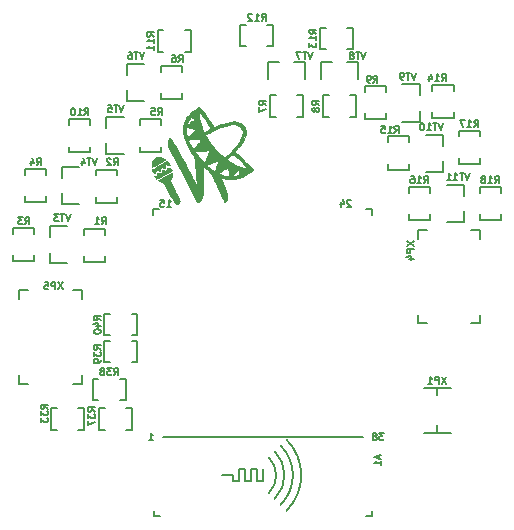
<source format=gbr>
G04 #@! TF.GenerationSoftware,KiCad,Pcbnew,(5.1.4)-1*
G04 #@! TF.CreationDate,2021-06-03T23:42:02+03:00*
G04 #@! TF.ProjectId,ITC-1,4954432d-312e-46b6-9963-61645f706362,rev?*
G04 #@! TF.SameCoordinates,Original*
G04 #@! TF.FileFunction,Legend,Bot*
G04 #@! TF.FilePolarity,Positive*
%FSLAX46Y46*%
G04 Gerber Fmt 4.6, Leading zero omitted, Abs format (unit mm)*
G04 Created by KiCad (PCBNEW (5.1.4)-1) date 2021-06-03 23:42:02*
%MOMM*%
%LPD*%
G04 APERTURE LIST*
%ADD10C,0.150000*%
%ADD11C,0.010000*%
G04 APERTURE END LIST*
D10*
X87650000Y-69175000D02*
X87650000Y-68675000D01*
X85850000Y-69175000D02*
X85850000Y-68675000D01*
X85850000Y-69175000D02*
X87650000Y-69175000D01*
X87650000Y-66375000D02*
X87650000Y-66875000D01*
X85850000Y-66375000D02*
X87650000Y-66375000D01*
X85850000Y-66375000D02*
X85850000Y-66875000D01*
X100575002Y-61900000D02*
X101075002Y-61900000D01*
X100575002Y-60100000D02*
X101075002Y-60100000D01*
X100575002Y-60100000D02*
X100575002Y-61900000D01*
X103375002Y-61900000D02*
X102875002Y-61900000D01*
X103375002Y-60100000D02*
X103375002Y-61900000D01*
X103375002Y-60100000D02*
X102875002Y-60100000D01*
X103580000Y-57240000D02*
X103580000Y-58700000D01*
X100420000Y-57240000D02*
X100420000Y-58700000D01*
X103580000Y-57240000D02*
X102650000Y-57240000D01*
X100420000Y-57240000D02*
X101350000Y-57240000D01*
X91400000Y-64925000D02*
X91400000Y-64425000D01*
X89600000Y-64925000D02*
X89600000Y-64425000D01*
X89600000Y-64925000D02*
X91400000Y-64925000D01*
X91400000Y-62125000D02*
X91400000Y-62625000D01*
X89600000Y-62125000D02*
X91400000Y-62125000D01*
X89600000Y-62125000D02*
X89600000Y-62625000D01*
X93150000Y-60425000D02*
X93150000Y-59925000D01*
X91350000Y-60425000D02*
X91350000Y-59925000D01*
X91350000Y-60425000D02*
X93150000Y-60425000D01*
X93150000Y-57625000D02*
X93150000Y-58125000D01*
X91350000Y-57625000D02*
X93150000Y-57625000D01*
X91350000Y-57625000D02*
X91350000Y-58125000D01*
X79850000Y-66325000D02*
X79850000Y-66825000D01*
X81650000Y-66325000D02*
X81650000Y-66825000D01*
X81650000Y-66325000D02*
X79850000Y-66325000D01*
X79850000Y-69125000D02*
X79850000Y-68625000D01*
X81650000Y-69125000D02*
X79850000Y-69125000D01*
X81650000Y-69125000D02*
X81650000Y-68625000D01*
X78850000Y-71325000D02*
X78850000Y-71825000D01*
X80650000Y-71325000D02*
X80650000Y-71825000D01*
X80650000Y-71325000D02*
X78850000Y-71325000D01*
X78850000Y-74125000D02*
X78850000Y-73625000D01*
X80650000Y-74125000D02*
X78850000Y-74125000D01*
X80650000Y-74125000D02*
X80650000Y-73625000D01*
X117010000Y-70830000D02*
X115550000Y-70830000D01*
X117010000Y-67670000D02*
X115550000Y-67670000D01*
X117010000Y-70830000D02*
X117010000Y-69900000D01*
X117010000Y-67670000D02*
X117010000Y-68600000D01*
X108080000Y-57240000D02*
X108080000Y-58700000D01*
X104920000Y-57240000D02*
X104920000Y-58700000D01*
X108080000Y-57240000D02*
X107150000Y-57240000D01*
X104920000Y-57240000D02*
X105850000Y-57240000D01*
X105075000Y-61900000D02*
X105575000Y-61900000D01*
X105075000Y-60100000D02*
X105575000Y-60100000D01*
X105075000Y-60100000D02*
X105075000Y-61900000D01*
X107875000Y-61900000D02*
X107375000Y-61900000D01*
X107875000Y-60100000D02*
X107875000Y-61900000D01*
X107875000Y-60100000D02*
X107375000Y-60100000D01*
X86650000Y-74175000D02*
X86650000Y-73675000D01*
X84850000Y-74175000D02*
X84850000Y-73675000D01*
X84850000Y-74175000D02*
X86650000Y-74175000D01*
X86650000Y-71375000D02*
X86650000Y-71875000D01*
X84850000Y-71375000D02*
X86650000Y-71375000D01*
X84850000Y-71375000D02*
X84850000Y-71875000D01*
X115260000Y-66580000D02*
X113800000Y-66580000D01*
X115260000Y-63420000D02*
X113800000Y-63420000D01*
X115260000Y-66580000D02*
X115260000Y-65650000D01*
X115260000Y-63420000D02*
X115260000Y-64350000D01*
X108600000Y-59325000D02*
X108600000Y-59825000D01*
X110400000Y-59325000D02*
X110400000Y-59825000D01*
X110400000Y-59325000D02*
X108600000Y-59325000D01*
X108600000Y-62125000D02*
X108600000Y-61625000D01*
X110400000Y-62125000D02*
X108600000Y-62125000D01*
X110400000Y-62125000D02*
X110400000Y-61625000D01*
X113260000Y-62330000D02*
X111800000Y-62330000D01*
X113260000Y-59170000D02*
X111800000Y-59170000D01*
X113260000Y-62330000D02*
X113260000Y-61400000D01*
X113260000Y-59170000D02*
X113260000Y-60100000D01*
X91075000Y-56400000D02*
X91575000Y-56400000D01*
X91075000Y-54600000D02*
X91575000Y-54600000D01*
X91075000Y-54600000D02*
X91075000Y-56400000D01*
X93875000Y-56400000D02*
X93375000Y-56400000D01*
X93875000Y-54600000D02*
X93875000Y-56400000D01*
X93875000Y-54600000D02*
X93375000Y-54600000D01*
X112350000Y-67825000D02*
X112350000Y-68325000D01*
X114150000Y-67825000D02*
X114150000Y-68325000D01*
X114150000Y-67825000D02*
X112350000Y-67825000D01*
X112350000Y-70625000D02*
X112350000Y-70125000D01*
X114150000Y-70625000D02*
X112350000Y-70625000D01*
X114150000Y-70625000D02*
X114150000Y-70125000D01*
X88925000Y-86600000D02*
X88425000Y-86600000D01*
X88925000Y-88400000D02*
X88425000Y-88400000D01*
X88925000Y-88400000D02*
X88925000Y-86600000D01*
X86125000Y-86600000D02*
X86625000Y-86600000D01*
X86125000Y-88400000D02*
X86125000Y-86600000D01*
X86125000Y-88400000D02*
X86625000Y-88400000D01*
X85400000Y-64925000D02*
X85400000Y-64425000D01*
X83600000Y-64925000D02*
X83600000Y-64425000D01*
X83600000Y-64925000D02*
X85400000Y-64925000D01*
X85400000Y-62125000D02*
X85400000Y-62625000D01*
X83600000Y-62125000D02*
X85400000Y-62125000D01*
X83600000Y-62125000D02*
X83600000Y-62625000D01*
X118400000Y-71500000D02*
X118400000Y-72250000D01*
X113100000Y-71500000D02*
X113100000Y-72250000D01*
X113100000Y-79400000D02*
X113100000Y-78650000D01*
X118400000Y-79400000D02*
X117650000Y-79400000D01*
X118400000Y-79400000D02*
X118400000Y-78650000D01*
X113850000Y-71500000D02*
X113100000Y-71500000D01*
X117650000Y-71500000D02*
X118400000Y-71500000D01*
X113850000Y-79400000D02*
X113100000Y-79400000D01*
X104825000Y-56150000D02*
X105325000Y-56150000D01*
X104825000Y-54350000D02*
X105325000Y-54350000D01*
X104825000Y-54350000D02*
X104825000Y-56150000D01*
X107625000Y-56150000D02*
X107125000Y-56150000D01*
X107625000Y-54350000D02*
X107625000Y-56150000D01*
X107625000Y-54350000D02*
X107125000Y-54350000D01*
X110600000Y-63575000D02*
X110600000Y-64075000D01*
X112400000Y-63575000D02*
X112400000Y-64075000D01*
X112400000Y-63575000D02*
X110600000Y-63575000D01*
X110600000Y-66375000D02*
X110600000Y-65875000D01*
X112400000Y-66375000D02*
X110600000Y-66375000D01*
X112400000Y-66375000D02*
X112400000Y-65875000D01*
X114350000Y-59200000D02*
X114350000Y-59700000D01*
X116150000Y-59200000D02*
X116150000Y-59700000D01*
X116150000Y-59200000D02*
X114350000Y-59200000D01*
X114350000Y-62000000D02*
X114350000Y-61500000D01*
X116150000Y-62000000D02*
X114350000Y-62000000D01*
X116150000Y-62000000D02*
X116150000Y-61500000D01*
X118350000Y-67825000D02*
X118350000Y-68325000D01*
X120150000Y-67825000D02*
X120150000Y-68325000D01*
X120150000Y-67825000D02*
X118350000Y-67825000D01*
X118350000Y-70625000D02*
X118350000Y-70125000D01*
X120150000Y-70625000D02*
X118350000Y-70625000D01*
X120150000Y-70625000D02*
X120150000Y-70125000D01*
X116600000Y-63075000D02*
X116600000Y-63575000D01*
X118400000Y-63075000D02*
X118400000Y-63575000D01*
X118400000Y-63075000D02*
X116600000Y-63075000D01*
X116600000Y-65875000D02*
X116600000Y-65375000D01*
X118400000Y-65875000D02*
X116600000Y-65875000D01*
X118400000Y-65875000D02*
X118400000Y-65375000D01*
X79350000Y-84500000D02*
X79350000Y-83750000D01*
X84650000Y-84500000D02*
X84650000Y-83750000D01*
X84650000Y-76600000D02*
X84650000Y-77350000D01*
X79350000Y-76600000D02*
X80100000Y-76600000D01*
X79350000Y-76600000D02*
X79350000Y-77350000D01*
X83900000Y-84500000D02*
X84650000Y-84500000D01*
X80100000Y-84500000D02*
X79350000Y-84500000D01*
X83900000Y-76600000D02*
X84650000Y-76600000D01*
X98075000Y-55900000D02*
X98575000Y-55900000D01*
X98075000Y-54100000D02*
X98575000Y-54100000D01*
X98075000Y-54100000D02*
X98075000Y-55900000D01*
X100875000Y-55900000D02*
X100375000Y-55900000D01*
X100875000Y-54100000D02*
X100875000Y-55900000D01*
X100875000Y-54100000D02*
X100375000Y-54100000D01*
X82075000Y-88400000D02*
X82575000Y-88400000D01*
X82075000Y-86600000D02*
X82575000Y-86600000D01*
X82075000Y-86600000D02*
X82075000Y-88400000D01*
X84875000Y-88400000D02*
X84375000Y-88400000D01*
X84875000Y-86600000D02*
X84875000Y-88400000D01*
X84875000Y-86600000D02*
X84375000Y-86600000D01*
X88490000Y-57420000D02*
X89950000Y-57420000D01*
X88490000Y-60580000D02*
X89950000Y-60580000D01*
X88490000Y-57420000D02*
X88490000Y-58350000D01*
X88490000Y-60580000D02*
X88490000Y-59650000D01*
X86740000Y-61920000D02*
X88200000Y-61920000D01*
X86740000Y-65080000D02*
X88200000Y-65080000D01*
X86740000Y-61920000D02*
X86740000Y-62850000D01*
X86740000Y-65080000D02*
X86740000Y-64150000D01*
X82990000Y-66170000D02*
X84450000Y-66170000D01*
X82990000Y-69330000D02*
X84450000Y-69330000D01*
X82990000Y-66170000D02*
X82990000Y-67100000D01*
X82990000Y-69330000D02*
X82990000Y-68400000D01*
X81990000Y-71170000D02*
X83450000Y-71170000D01*
X81990000Y-74330000D02*
X83450000Y-74330000D01*
X81990000Y-71170000D02*
X81990000Y-72100000D01*
X81990000Y-74330000D02*
X81990000Y-73400000D01*
X114738000Y-88675000D02*
X113595000Y-88675000D01*
X115881000Y-88675000D02*
X114738000Y-88675000D01*
X115881000Y-84865000D02*
X114738000Y-84865000D01*
X114738000Y-84865000D02*
X113595000Y-84865000D01*
X114738000Y-88040000D02*
X114738000Y-88675000D01*
X114738000Y-85500000D02*
X114738000Y-84865000D01*
X86575000Y-80400000D02*
X87075000Y-80400000D01*
X86575000Y-78600000D02*
X87075000Y-78600000D01*
X86575000Y-78600000D02*
X86575000Y-80400000D01*
X89375000Y-80400000D02*
X88875000Y-80400000D01*
X89375000Y-78600000D02*
X89375000Y-80400000D01*
X89375000Y-78600000D02*
X88875000Y-78600000D01*
X86575000Y-82650000D02*
X87075000Y-82650000D01*
X86575000Y-80850000D02*
X87075000Y-80850000D01*
X86575000Y-80850000D02*
X86575000Y-82650000D01*
X89375000Y-82650000D02*
X88875000Y-82650000D01*
X89375000Y-80850000D02*
X89375000Y-82650000D01*
X89375000Y-80850000D02*
X88875000Y-80850000D01*
X85575000Y-85900000D02*
X86075000Y-85900000D01*
X85575000Y-84100000D02*
X86075000Y-84100000D01*
X85575000Y-84100000D02*
X85575000Y-85900000D01*
X88375000Y-85900000D02*
X87875000Y-85900000D01*
X88375000Y-84100000D02*
X88375000Y-85900000D01*
X88375000Y-84100000D02*
X87875000Y-84100000D01*
D11*
G36*
X91064934Y-65354027D02*
G01*
X90875384Y-65440025D01*
X90723418Y-65592887D01*
X90618974Y-65806797D01*
X90584914Y-65951299D01*
X90572593Y-66067673D01*
X90586853Y-66119916D01*
X90614506Y-66127495D01*
X90671818Y-66107173D01*
X90787891Y-66053965D01*
X90947093Y-65975414D01*
X91133795Y-65879061D01*
X91180078Y-65854593D01*
X91367285Y-65752552D01*
X91525629Y-65661287D01*
X91640833Y-65589402D01*
X91698619Y-65545499D01*
X91702428Y-65539883D01*
X91675900Y-65498876D01*
X91591545Y-65442703D01*
X91517033Y-65405881D01*
X91282130Y-65340707D01*
X91064934Y-65354027D01*
X91064934Y-65354027D01*
G37*
X91064934Y-65354027D02*
X90875384Y-65440025D01*
X90723418Y-65592887D01*
X90618974Y-65806797D01*
X90584914Y-65951299D01*
X90572593Y-66067673D01*
X90586853Y-66119916D01*
X90614506Y-66127495D01*
X90671818Y-66107173D01*
X90787891Y-66053965D01*
X90947093Y-65975414D01*
X91133795Y-65879061D01*
X91180078Y-65854593D01*
X91367285Y-65752552D01*
X91525629Y-65661287D01*
X91640833Y-65589402D01*
X91698619Y-65545499D01*
X91702428Y-65539883D01*
X91675900Y-65498876D01*
X91591545Y-65442703D01*
X91517033Y-65405881D01*
X91282130Y-65340707D01*
X91064934Y-65354027D01*
G36*
X91269247Y-65987915D02*
G01*
X91059811Y-66101870D01*
X90877516Y-66205568D01*
X90735263Y-66291309D01*
X90645953Y-66351391D01*
X90621645Y-66374511D01*
X90615697Y-66488355D01*
X90668503Y-66601594D01*
X90752926Y-66671547D01*
X90833851Y-66697115D01*
X90873780Y-66670229D01*
X90880941Y-66654175D01*
X90901354Y-66559287D01*
X90905666Y-66494427D01*
X90917432Y-66402177D01*
X90962204Y-66371207D01*
X91054194Y-66397055D01*
X91118128Y-66427739D01*
X91277772Y-66509183D01*
X91307229Y-66352164D01*
X91336767Y-66220341D01*
X91372191Y-66161148D01*
X91430465Y-66163276D01*
X91519978Y-66210340D01*
X91622607Y-66257663D01*
X91681215Y-66242995D01*
X91706447Y-66158280D01*
X91710000Y-66066536D01*
X91732430Y-65967935D01*
X91788846Y-65929619D01*
X91849438Y-65952841D01*
X91930174Y-65997933D01*
X91995750Y-66022838D01*
X92068231Y-66031414D01*
X92090546Y-65983703D01*
X92091000Y-65966880D01*
X92064381Y-65877684D01*
X91999654Y-65775710D01*
X91993203Y-65768026D01*
X91895406Y-65654331D01*
X91269247Y-65987915D01*
X91269247Y-65987915D01*
G37*
X91269247Y-65987915D02*
X91059811Y-66101870D01*
X90877516Y-66205568D01*
X90735263Y-66291309D01*
X90645953Y-66351391D01*
X90621645Y-66374511D01*
X90615697Y-66488355D01*
X90668503Y-66601594D01*
X90752926Y-66671547D01*
X90833851Y-66697115D01*
X90873780Y-66670229D01*
X90880941Y-66654175D01*
X90901354Y-66559287D01*
X90905666Y-66494427D01*
X90917432Y-66402177D01*
X90962204Y-66371207D01*
X91054194Y-66397055D01*
X91118128Y-66427739D01*
X91277772Y-66509183D01*
X91307229Y-66352164D01*
X91336767Y-66220341D01*
X91372191Y-66161148D01*
X91430465Y-66163276D01*
X91519978Y-66210340D01*
X91622607Y-66257663D01*
X91681215Y-66242995D01*
X91706447Y-66158280D01*
X91710000Y-66066536D01*
X91732430Y-65967935D01*
X91788846Y-65929619D01*
X91849438Y-65952841D01*
X91930174Y-65997933D01*
X91995750Y-66022838D01*
X92068231Y-66031414D01*
X92090546Y-65983703D01*
X92091000Y-65966880D01*
X92064381Y-65877684D01*
X91999654Y-65775710D01*
X91993203Y-65768026D01*
X91895406Y-65654331D01*
X91269247Y-65987915D01*
G36*
X91863589Y-66234726D02*
G01*
X91848879Y-66293960D01*
X91844720Y-66334511D01*
X91815151Y-66451977D01*
X91750494Y-66495690D01*
X91641958Y-66469828D01*
X91601383Y-66450101D01*
X91477166Y-66385129D01*
X91439402Y-66554398D01*
X91403388Y-66671398D01*
X91351395Y-66715984D01*
X91262998Y-66696906D01*
X91189505Y-66661425D01*
X91116648Y-66626819D01*
X91074086Y-66629964D01*
X91046014Y-66685350D01*
X91016624Y-66807465D01*
X91013193Y-66823044D01*
X90983530Y-66906787D01*
X90929363Y-66926074D01*
X90879110Y-66916597D01*
X90805197Y-66906530D01*
X90797744Y-66934607D01*
X90802725Y-66944220D01*
X90861974Y-67030006D01*
X90929817Y-67105889D01*
X90980832Y-67144091D01*
X90986311Y-67144818D01*
X91030765Y-67124871D01*
X91135124Y-67071699D01*
X91285051Y-66992780D01*
X91466210Y-66895592D01*
X91519500Y-66866710D01*
X91716902Y-66760539D01*
X91897007Y-66665589D01*
X92041972Y-66591133D01*
X92133956Y-66546447D01*
X92143916Y-66542111D01*
X92240599Y-66472946D01*
X92259795Y-66391073D01*
X92202927Y-66314465D01*
X92122750Y-66274955D01*
X91981463Y-66229307D01*
X91901430Y-66214536D01*
X91863589Y-66234726D01*
X91863589Y-66234726D01*
G37*
X91863589Y-66234726D02*
X91848879Y-66293960D01*
X91844720Y-66334511D01*
X91815151Y-66451977D01*
X91750494Y-66495690D01*
X91641958Y-66469828D01*
X91601383Y-66450101D01*
X91477166Y-66385129D01*
X91439402Y-66554398D01*
X91403388Y-66671398D01*
X91351395Y-66715984D01*
X91262998Y-66696906D01*
X91189505Y-66661425D01*
X91116648Y-66626819D01*
X91074086Y-66629964D01*
X91046014Y-66685350D01*
X91016624Y-66807465D01*
X91013193Y-66823044D01*
X90983530Y-66906787D01*
X90929363Y-66926074D01*
X90879110Y-66916597D01*
X90805197Y-66906530D01*
X90797744Y-66934607D01*
X90802725Y-66944220D01*
X90861974Y-67030006D01*
X90929817Y-67105889D01*
X90980832Y-67144091D01*
X90986311Y-67144818D01*
X91030765Y-67124871D01*
X91135124Y-67071699D01*
X91285051Y-66992780D01*
X91466210Y-66895592D01*
X91519500Y-66866710D01*
X91716902Y-66760539D01*
X91897007Y-66665589D01*
X92041972Y-66591133D01*
X92133956Y-66546447D01*
X92143916Y-66542111D01*
X92240599Y-66472946D01*
X92259795Y-66391073D01*
X92202927Y-66314465D01*
X92122750Y-66274955D01*
X91981463Y-66229307D01*
X91901430Y-66214536D01*
X91863589Y-66234726D01*
G36*
X94547463Y-61117597D02*
G01*
X94444184Y-61180097D01*
X94362356Y-61238717D01*
X94231595Y-61333377D01*
X94107219Y-61415155D01*
X94052196Y-61447062D01*
X93932082Y-61531519D01*
X93789040Y-61662413D01*
X93646352Y-61815238D01*
X93527300Y-61965487D01*
X93466734Y-62063310D01*
X93317531Y-62430245D01*
X93240195Y-62800678D01*
X93235387Y-63181436D01*
X93303766Y-63579343D01*
X93445993Y-64001224D01*
X93662730Y-64453905D01*
X93705662Y-64531966D01*
X93811978Y-64715871D01*
X93918813Y-64890287D01*
X94010514Y-65030107D01*
X94051333Y-65086403D01*
X94137466Y-65226828D01*
X94199792Y-65381445D01*
X94210679Y-65426212D01*
X94224588Y-65523879D01*
X94242024Y-65681906D01*
X94262017Y-65887682D01*
X94283597Y-66128598D01*
X94305794Y-66392042D01*
X94327638Y-66665405D01*
X94348161Y-66936077D01*
X94366391Y-67191447D01*
X94381359Y-67418906D01*
X94392096Y-67605842D01*
X94397632Y-67739647D01*
X94396996Y-67807709D01*
X94394262Y-67813374D01*
X94371914Y-67772831D01*
X94316895Y-67666519D01*
X94234289Y-67504450D01*
X94129178Y-67296639D01*
X94006643Y-67053101D01*
X93872054Y-66784419D01*
X93677808Y-66401555D01*
X93477594Y-66017414D01*
X93275603Y-65639228D01*
X93076027Y-65274227D01*
X92883059Y-64929643D01*
X92700891Y-64612707D01*
X92533716Y-64330650D01*
X92385726Y-64090704D01*
X92261114Y-63900099D01*
X92164072Y-63766066D01*
X92098792Y-63695838D01*
X92076482Y-63687377D01*
X92007168Y-63749843D01*
X91953383Y-63872064D01*
X91924657Y-64029343D01*
X91922291Y-64086937D01*
X91930669Y-64219026D01*
X91959971Y-64359608D01*
X92015061Y-64520556D01*
X92100806Y-64713742D01*
X92222072Y-64951040D01*
X92383724Y-65244320D01*
X92430384Y-65326667D01*
X92915072Y-66198823D01*
X93387340Y-67088061D01*
X93829409Y-67960590D01*
X93996000Y-68301921D01*
X94142964Y-68602093D01*
X94259727Y-68829871D01*
X94349390Y-68990703D01*
X94415054Y-69090037D01*
X94459819Y-69133323D01*
X94470839Y-69136241D01*
X94566860Y-69100515D01*
X94674612Y-69006320D01*
X94776502Y-68874616D01*
X94854938Y-68726360D01*
X94881214Y-68647330D01*
X94917559Y-68442505D01*
X94942982Y-68169559D01*
X94957061Y-67844385D01*
X94959372Y-67482877D01*
X94949494Y-67100926D01*
X94931111Y-66770824D01*
X94915617Y-66538264D01*
X94903811Y-66337204D01*
X94896402Y-66181949D01*
X94894104Y-66086808D01*
X94895916Y-66063639D01*
X94930606Y-66084639D01*
X95013764Y-66151997D01*
X95131864Y-66254401D01*
X95234883Y-66347082D01*
X95345541Y-66449634D01*
X95434758Y-66539339D01*
X95511444Y-66629642D01*
X95584510Y-66733986D01*
X95662864Y-66865814D01*
X95755417Y-67038571D01*
X95871078Y-67265700D01*
X95956073Y-67435267D01*
X96090097Y-67708195D01*
X96223781Y-67989271D01*
X96347475Y-68257568D01*
X96451528Y-68492158D01*
X96525447Y-68669960D01*
X96598531Y-68848626D01*
X96664532Y-68995533D01*
X96715616Y-69094111D01*
X96741847Y-69127671D01*
X96793212Y-69106729D01*
X96850538Y-69041295D01*
X96920241Y-68890279D01*
X96947220Y-68708807D01*
X96930202Y-68489237D01*
X96867917Y-68223925D01*
X96759091Y-67905229D01*
X96602453Y-67525505D01*
X96595709Y-67510151D01*
X96520077Y-67335809D01*
X96459154Y-67190632D01*
X96419973Y-67091688D01*
X96409000Y-67057021D01*
X96444468Y-67055027D01*
X96536217Y-67079750D01*
X96631250Y-67113432D01*
X96892704Y-67178352D01*
X97204880Y-67197344D01*
X97547677Y-67170872D01*
X97900991Y-67099399D01*
X97960871Y-67082744D01*
X98133439Y-67028643D01*
X98279411Y-66975402D01*
X98376008Y-66931637D01*
X98396517Y-66918027D01*
X98474472Y-66863020D01*
X98590194Y-66794864D01*
X98613762Y-66782285D01*
X98009339Y-66782285D01*
X97995775Y-66838689D01*
X97945864Y-66864157D01*
X97925855Y-66868896D01*
X97724084Y-66906261D01*
X97550166Y-66925907D01*
X97419822Y-66927148D01*
X97348774Y-66909296D01*
X97340333Y-66894490D01*
X97373486Y-66845247D01*
X97431108Y-66805065D01*
X97511863Y-66749921D01*
X97624335Y-66658994D01*
X97707875Y-66585042D01*
X97745300Y-66554334D01*
X97086333Y-66554334D01*
X97086333Y-66935334D01*
X96966623Y-66935334D01*
X96866774Y-66921441D01*
X96719590Y-66884999D01*
X96556754Y-66833866D01*
X96555141Y-66833303D01*
X96410986Y-66778170D01*
X96302400Y-66727747D01*
X96250731Y-66692078D01*
X96249443Y-66689496D01*
X96273722Y-66633871D01*
X96368846Y-66555280D01*
X96526127Y-66459791D01*
X96717512Y-66362585D01*
X96847723Y-66297073D01*
X96944562Y-66241166D01*
X96983796Y-66210333D01*
X97028475Y-66169625D01*
X97060459Y-66212618D01*
X97079745Y-66339302D01*
X97086331Y-66549668D01*
X97086333Y-66554334D01*
X97745300Y-66554334D01*
X97818310Y-66494429D01*
X97899128Y-66450048D01*
X97930243Y-66452217D01*
X97959324Y-66515560D01*
X97987965Y-66627156D01*
X97995582Y-66669081D01*
X98009339Y-66782285D01*
X98613762Y-66782285D01*
X98631500Y-66772818D01*
X98770075Y-66688991D01*
X98918294Y-66581923D01*
X98968297Y-66540921D01*
X99135761Y-66396737D01*
X99062796Y-66285298D01*
X98646686Y-66285298D01*
X98590006Y-66288617D01*
X98578583Y-66285716D01*
X98489499Y-66265648D01*
X98363401Y-66241857D01*
X98335166Y-66237024D01*
X98109436Y-66177329D01*
X97841989Y-66071076D01*
X97554239Y-65928126D01*
X97267599Y-65758342D01*
X97201864Y-65715043D01*
X97053556Y-65615253D01*
X96234922Y-65615253D01*
X96229496Y-65653703D01*
X96210121Y-65726800D01*
X96173290Y-65846862D01*
X96115497Y-66026208D01*
X96060401Y-66194500D01*
X96014016Y-66336565D01*
X95977465Y-66450005D01*
X95960871Y-66503022D01*
X95920828Y-66511898D01*
X95830640Y-66473380D01*
X95703859Y-66395846D01*
X95554040Y-66287674D01*
X95394736Y-66157246D01*
X95378324Y-66142877D01*
X95288015Y-66055920D01*
X95232301Y-65988072D01*
X95223666Y-65967671D01*
X95260816Y-65935760D01*
X95353008Y-65905182D01*
X95382416Y-65898994D01*
X95519704Y-65863948D01*
X95639537Y-65818844D01*
X95647000Y-65815146D01*
X95766404Y-65759311D01*
X95906363Y-65701221D01*
X96044188Y-65649282D01*
X96157188Y-65611905D01*
X96222674Y-65597497D01*
X96229906Y-65599129D01*
X96234922Y-65615253D01*
X97053556Y-65615253D01*
X96915227Y-65522178D01*
X97096030Y-65336499D01*
X97204198Y-65230610D01*
X97297953Y-65147779D01*
X97345470Y-65113169D01*
X97427996Y-65113968D01*
X97558680Y-65180996D01*
X97738107Y-65314688D01*
X97966864Y-65515480D01*
X98239916Y-65778220D01*
X98438321Y-65981591D01*
X98571688Y-66133051D01*
X98640861Y-66233864D01*
X98646686Y-66285298D01*
X99062796Y-66285298D01*
X99055694Y-66274452D01*
X98983940Y-66184478D01*
X98861442Y-66051288D01*
X98701230Y-65887357D01*
X98516329Y-65705161D01*
X98319770Y-65517176D01*
X98124580Y-65335878D01*
X97943787Y-65173743D01*
X97790419Y-65043247D01*
X97685696Y-64962526D01*
X97622591Y-64911117D01*
X97616842Y-64863156D01*
X97663225Y-64782934D01*
X97733076Y-64690777D01*
X97837014Y-64569883D01*
X97921289Y-64479196D01*
X98028476Y-64362569D01*
X98116340Y-64257091D01*
X98157054Y-64199499D01*
X98211341Y-64111035D01*
X98288991Y-63990429D01*
X98324404Y-63936845D01*
X98430926Y-63748741D01*
X98513533Y-63548684D01*
X98560466Y-63367812D01*
X98566881Y-63294667D01*
X98555232Y-63189609D01*
X98308645Y-63189609D01*
X98301097Y-63280455D01*
X98259659Y-63495861D01*
X98176104Y-63716807D01*
X98044797Y-63952349D01*
X97860102Y-64211541D01*
X97616384Y-64503440D01*
X97378528Y-64762996D01*
X97199581Y-64948939D01*
X97036657Y-65111753D01*
X96899836Y-65241881D01*
X96799195Y-65329767D01*
X96744814Y-65365855D01*
X96742334Y-65366246D01*
X96690537Y-65337910D01*
X96593042Y-65257960D01*
X96461586Y-65136982D01*
X96307909Y-64985566D01*
X96220345Y-64895424D01*
X96108414Y-64776194D01*
X95463344Y-64776194D01*
X95440818Y-64873852D01*
X95377902Y-65031345D01*
X95331622Y-65136167D01*
X95258714Y-65305487D01*
X95185793Y-65484739D01*
X95160999Y-65548917D01*
X95108062Y-65663820D01*
X95056066Y-65736606D01*
X95031975Y-65750000D01*
X94980552Y-65720696D01*
X94889798Y-65642620D01*
X94776352Y-65530531D01*
X94734579Y-65486228D01*
X94539744Y-65267702D01*
X94396505Y-65089475D01*
X94308147Y-64956194D01*
X94277958Y-64872503D01*
X94285323Y-64851077D01*
X94341589Y-64832786D01*
X94461517Y-64814664D01*
X94624142Y-64799494D01*
X94716500Y-64793806D01*
X94912726Y-64780683D01*
X95096407Y-64763066D01*
X95237253Y-64744042D01*
X95273203Y-64737095D01*
X95381076Y-64718329D01*
X95443943Y-64727858D01*
X95463344Y-64776194D01*
X96108414Y-64776194D01*
X95949097Y-64606490D01*
X95730074Y-64359751D01*
X95552078Y-64141315D01*
X95403912Y-63937290D01*
X95364055Y-63874672D01*
X94758000Y-63874672D01*
X94723816Y-63938513D01*
X94693029Y-63957256D01*
X94632771Y-64004858D01*
X94550885Y-64098748D01*
X94503192Y-64163675D01*
X94405471Y-64294201D01*
X94297493Y-64420954D01*
X94195802Y-64526378D01*
X94116947Y-64592915D01*
X94085371Y-64607000D01*
X94041782Y-64576252D01*
X93976044Y-64500981D01*
X93966656Y-64488515D01*
X93897524Y-64382716D01*
X93814977Y-64239543D01*
X93765787Y-64146504D01*
X93705488Y-64018104D01*
X93681404Y-63926728D01*
X93702349Y-63866326D01*
X93777136Y-63830847D01*
X93914581Y-63814239D01*
X94123497Y-63810453D01*
X94253862Y-63811436D01*
X94476835Y-63815991D01*
X94626765Y-63824788D01*
X94715228Y-63839281D01*
X94753803Y-63860922D01*
X94758000Y-63874672D01*
X95364055Y-63874672D01*
X95274377Y-63733783D01*
X95248434Y-63689710D01*
X95162407Y-63539404D01*
X95115552Y-63447461D01*
X95103476Y-63399646D01*
X95121787Y-63381723D01*
X95152649Y-63379334D01*
X95214889Y-63360114D01*
X95324789Y-63311165D01*
X95456952Y-63245549D01*
X95585981Y-63176329D01*
X95686479Y-63116569D01*
X95731666Y-63081505D01*
X95782109Y-63052001D01*
X95882619Y-63012815D01*
X95922166Y-62999819D01*
X96067269Y-62946265D01*
X96202240Y-62884204D01*
X96213250Y-62878220D01*
X95576938Y-62878220D01*
X95564334Y-62915511D01*
X95500653Y-62961541D01*
X95373582Y-63029084D01*
X95357876Y-63037028D01*
X95224423Y-63108561D01*
X95122796Y-63170766D01*
X95076085Y-63209053D01*
X95029439Y-63249505D01*
X94981415Y-63213366D01*
X94933253Y-63114750D01*
X94885875Y-62987750D01*
X94334492Y-62987750D01*
X94301351Y-63036511D01*
X94280304Y-63040667D01*
X94226603Y-63069213D01*
X94133542Y-63144812D01*
X94019295Y-63252404D01*
X93994554Y-63277408D01*
X93826523Y-63438114D01*
X93699810Y-63532377D01*
X93608273Y-63563867D01*
X93551500Y-63542154D01*
X93532010Y-63483723D01*
X93517260Y-63363301D01*
X93509680Y-63203535D01*
X93509166Y-63148045D01*
X93511531Y-62983577D01*
X93517828Y-62854294D01*
X93526864Y-62781350D01*
X93530333Y-62773157D01*
X93583059Y-62768731D01*
X93692469Y-62785197D01*
X93836786Y-62816743D01*
X93994228Y-62857557D01*
X94143018Y-62901826D01*
X94261374Y-62943740D01*
X94327519Y-62977485D01*
X94334492Y-62987750D01*
X94885875Y-62987750D01*
X94873856Y-62955534D01*
X94806419Y-62758531D01*
X94738682Y-62548304D01*
X94678382Y-62349414D01*
X94633259Y-62186425D01*
X94627420Y-62160800D01*
X94232104Y-62160800D01*
X94184296Y-62215011D01*
X94099187Y-62250764D01*
X93986330Y-62304424D01*
X93859448Y-62387319D01*
X93827604Y-62412159D01*
X93706196Y-62497583D01*
X93618164Y-62531634D01*
X93575093Y-62510601D01*
X93572666Y-62493843D01*
X93594077Y-62406672D01*
X93647577Y-62281661D01*
X93717070Y-62150589D01*
X93786461Y-62045233D01*
X93817152Y-62011168D01*
X93874188Y-61966704D01*
X93926878Y-61958210D01*
X94005483Y-61987170D01*
X94079408Y-62024025D01*
X94197242Y-62098302D01*
X94232104Y-62160800D01*
X94627420Y-62160800D01*
X94613607Y-62100187D01*
X94602761Y-61977725D01*
X94605631Y-61834079D01*
X94619481Y-61693737D01*
X94641576Y-61581186D01*
X94669182Y-61520914D01*
X94678787Y-61516667D01*
X94713392Y-61550011D01*
X94715666Y-61567568D01*
X94743082Y-61627435D01*
X94811743Y-61716117D01*
X94841911Y-61748721D01*
X94958387Y-61890612D01*
X95103225Y-62103723D01*
X95271963Y-62381231D01*
X95382369Y-62575000D01*
X95456748Y-62700646D01*
X95525275Y-62803975D01*
X95550779Y-62836892D01*
X95576938Y-62878220D01*
X96213250Y-62878220D01*
X96218500Y-62875367D01*
X96471039Y-62758628D01*
X96772888Y-62657627D01*
X97089974Y-62581317D01*
X97388230Y-62538652D01*
X97522334Y-62532733D01*
X97768336Y-62564293D01*
X97974516Y-62663872D01*
X98155654Y-62839057D01*
X98180189Y-62870488D01*
X98263340Y-62988989D01*
X98302345Y-63082429D01*
X98308645Y-63189609D01*
X98555232Y-63189609D01*
X98549569Y-63138546D01*
X98504392Y-62959151D01*
X98441920Y-62788827D01*
X98372723Y-62659923D01*
X98350401Y-62632186D01*
X98255540Y-62550253D01*
X98124996Y-62459507D01*
X98062205Y-62421840D01*
X97840016Y-62339089D01*
X97568744Y-62306878D01*
X97267519Y-62325596D01*
X96955475Y-62395631D01*
X96944291Y-62399111D01*
X96792607Y-62444376D01*
X96668570Y-62477020D01*
X96597910Y-62490299D01*
X96596198Y-62490334D01*
X96527782Y-62506763D01*
X96412033Y-62549144D01*
X96314907Y-62590291D01*
X96099758Y-62685195D01*
X95949762Y-62746939D01*
X95853584Y-62778666D01*
X95799886Y-62783514D01*
X95777332Y-62764625D01*
X95774000Y-62740131D01*
X95751350Y-62676673D01*
X95690125Y-62560563D01*
X95600410Y-62408436D01*
X95492289Y-62236926D01*
X95375849Y-62062668D01*
X95288396Y-61939178D01*
X95194998Y-61809839D01*
X95117761Y-61700392D01*
X95075500Y-61637733D01*
X94984907Y-61504262D01*
X94879495Y-61366051D01*
X94774011Y-61240414D01*
X94683205Y-61144663D01*
X94621825Y-61096113D01*
X94611740Y-61093334D01*
X94547463Y-61117597D01*
X94547463Y-61117597D01*
G37*
X94547463Y-61117597D02*
X94444184Y-61180097D01*
X94362356Y-61238717D01*
X94231595Y-61333377D01*
X94107219Y-61415155D01*
X94052196Y-61447062D01*
X93932082Y-61531519D01*
X93789040Y-61662413D01*
X93646352Y-61815238D01*
X93527300Y-61965487D01*
X93466734Y-62063310D01*
X93317531Y-62430245D01*
X93240195Y-62800678D01*
X93235387Y-63181436D01*
X93303766Y-63579343D01*
X93445993Y-64001224D01*
X93662730Y-64453905D01*
X93705662Y-64531966D01*
X93811978Y-64715871D01*
X93918813Y-64890287D01*
X94010514Y-65030107D01*
X94051333Y-65086403D01*
X94137466Y-65226828D01*
X94199792Y-65381445D01*
X94210679Y-65426212D01*
X94224588Y-65523879D01*
X94242024Y-65681906D01*
X94262017Y-65887682D01*
X94283597Y-66128598D01*
X94305794Y-66392042D01*
X94327638Y-66665405D01*
X94348161Y-66936077D01*
X94366391Y-67191447D01*
X94381359Y-67418906D01*
X94392096Y-67605842D01*
X94397632Y-67739647D01*
X94396996Y-67807709D01*
X94394262Y-67813374D01*
X94371914Y-67772831D01*
X94316895Y-67666519D01*
X94234289Y-67504450D01*
X94129178Y-67296639D01*
X94006643Y-67053101D01*
X93872054Y-66784419D01*
X93677808Y-66401555D01*
X93477594Y-66017414D01*
X93275603Y-65639228D01*
X93076027Y-65274227D01*
X92883059Y-64929643D01*
X92700891Y-64612707D01*
X92533716Y-64330650D01*
X92385726Y-64090704D01*
X92261114Y-63900099D01*
X92164072Y-63766066D01*
X92098792Y-63695838D01*
X92076482Y-63687377D01*
X92007168Y-63749843D01*
X91953383Y-63872064D01*
X91924657Y-64029343D01*
X91922291Y-64086937D01*
X91930669Y-64219026D01*
X91959971Y-64359608D01*
X92015061Y-64520556D01*
X92100806Y-64713742D01*
X92222072Y-64951040D01*
X92383724Y-65244320D01*
X92430384Y-65326667D01*
X92915072Y-66198823D01*
X93387340Y-67088061D01*
X93829409Y-67960590D01*
X93996000Y-68301921D01*
X94142964Y-68602093D01*
X94259727Y-68829871D01*
X94349390Y-68990703D01*
X94415054Y-69090037D01*
X94459819Y-69133323D01*
X94470839Y-69136241D01*
X94566860Y-69100515D01*
X94674612Y-69006320D01*
X94776502Y-68874616D01*
X94854938Y-68726360D01*
X94881214Y-68647330D01*
X94917559Y-68442505D01*
X94942982Y-68169559D01*
X94957061Y-67844385D01*
X94959372Y-67482877D01*
X94949494Y-67100926D01*
X94931111Y-66770824D01*
X94915617Y-66538264D01*
X94903811Y-66337204D01*
X94896402Y-66181949D01*
X94894104Y-66086808D01*
X94895916Y-66063639D01*
X94930606Y-66084639D01*
X95013764Y-66151997D01*
X95131864Y-66254401D01*
X95234883Y-66347082D01*
X95345541Y-66449634D01*
X95434758Y-66539339D01*
X95511444Y-66629642D01*
X95584510Y-66733986D01*
X95662864Y-66865814D01*
X95755417Y-67038571D01*
X95871078Y-67265700D01*
X95956073Y-67435267D01*
X96090097Y-67708195D01*
X96223781Y-67989271D01*
X96347475Y-68257568D01*
X96451528Y-68492158D01*
X96525447Y-68669960D01*
X96598531Y-68848626D01*
X96664532Y-68995533D01*
X96715616Y-69094111D01*
X96741847Y-69127671D01*
X96793212Y-69106729D01*
X96850538Y-69041295D01*
X96920241Y-68890279D01*
X96947220Y-68708807D01*
X96930202Y-68489237D01*
X96867917Y-68223925D01*
X96759091Y-67905229D01*
X96602453Y-67525505D01*
X96595709Y-67510151D01*
X96520077Y-67335809D01*
X96459154Y-67190632D01*
X96419973Y-67091688D01*
X96409000Y-67057021D01*
X96444468Y-67055027D01*
X96536217Y-67079750D01*
X96631250Y-67113432D01*
X96892704Y-67178352D01*
X97204880Y-67197344D01*
X97547677Y-67170872D01*
X97900991Y-67099399D01*
X97960871Y-67082744D01*
X98133439Y-67028643D01*
X98279411Y-66975402D01*
X98376008Y-66931637D01*
X98396517Y-66918027D01*
X98474472Y-66863020D01*
X98590194Y-66794864D01*
X98613762Y-66782285D01*
X98009339Y-66782285D01*
X97995775Y-66838689D01*
X97945864Y-66864157D01*
X97925855Y-66868896D01*
X97724084Y-66906261D01*
X97550166Y-66925907D01*
X97419822Y-66927148D01*
X97348774Y-66909296D01*
X97340333Y-66894490D01*
X97373486Y-66845247D01*
X97431108Y-66805065D01*
X97511863Y-66749921D01*
X97624335Y-66658994D01*
X97707875Y-66585042D01*
X97745300Y-66554334D01*
X97086333Y-66554334D01*
X97086333Y-66935334D01*
X96966623Y-66935334D01*
X96866774Y-66921441D01*
X96719590Y-66884999D01*
X96556754Y-66833866D01*
X96555141Y-66833303D01*
X96410986Y-66778170D01*
X96302400Y-66727747D01*
X96250731Y-66692078D01*
X96249443Y-66689496D01*
X96273722Y-66633871D01*
X96368846Y-66555280D01*
X96526127Y-66459791D01*
X96717512Y-66362585D01*
X96847723Y-66297073D01*
X96944562Y-66241166D01*
X96983796Y-66210333D01*
X97028475Y-66169625D01*
X97060459Y-66212618D01*
X97079745Y-66339302D01*
X97086331Y-66549668D01*
X97086333Y-66554334D01*
X97745300Y-66554334D01*
X97818310Y-66494429D01*
X97899128Y-66450048D01*
X97930243Y-66452217D01*
X97959324Y-66515560D01*
X97987965Y-66627156D01*
X97995582Y-66669081D01*
X98009339Y-66782285D01*
X98613762Y-66782285D01*
X98631500Y-66772818D01*
X98770075Y-66688991D01*
X98918294Y-66581923D01*
X98968297Y-66540921D01*
X99135761Y-66396737D01*
X99062796Y-66285298D01*
X98646686Y-66285298D01*
X98590006Y-66288617D01*
X98578583Y-66285716D01*
X98489499Y-66265648D01*
X98363401Y-66241857D01*
X98335166Y-66237024D01*
X98109436Y-66177329D01*
X97841989Y-66071076D01*
X97554239Y-65928126D01*
X97267599Y-65758342D01*
X97201864Y-65715043D01*
X97053556Y-65615253D01*
X96234922Y-65615253D01*
X96229496Y-65653703D01*
X96210121Y-65726800D01*
X96173290Y-65846862D01*
X96115497Y-66026208D01*
X96060401Y-66194500D01*
X96014016Y-66336565D01*
X95977465Y-66450005D01*
X95960871Y-66503022D01*
X95920828Y-66511898D01*
X95830640Y-66473380D01*
X95703859Y-66395846D01*
X95554040Y-66287674D01*
X95394736Y-66157246D01*
X95378324Y-66142877D01*
X95288015Y-66055920D01*
X95232301Y-65988072D01*
X95223666Y-65967671D01*
X95260816Y-65935760D01*
X95353008Y-65905182D01*
X95382416Y-65898994D01*
X95519704Y-65863948D01*
X95639537Y-65818844D01*
X95647000Y-65815146D01*
X95766404Y-65759311D01*
X95906363Y-65701221D01*
X96044188Y-65649282D01*
X96157188Y-65611905D01*
X96222674Y-65597497D01*
X96229906Y-65599129D01*
X96234922Y-65615253D01*
X97053556Y-65615253D01*
X96915227Y-65522178D01*
X97096030Y-65336499D01*
X97204198Y-65230610D01*
X97297953Y-65147779D01*
X97345470Y-65113169D01*
X97427996Y-65113968D01*
X97558680Y-65180996D01*
X97738107Y-65314688D01*
X97966864Y-65515480D01*
X98239916Y-65778220D01*
X98438321Y-65981591D01*
X98571688Y-66133051D01*
X98640861Y-66233864D01*
X98646686Y-66285298D01*
X99062796Y-66285298D01*
X99055694Y-66274452D01*
X98983940Y-66184478D01*
X98861442Y-66051288D01*
X98701230Y-65887357D01*
X98516329Y-65705161D01*
X98319770Y-65517176D01*
X98124580Y-65335878D01*
X97943787Y-65173743D01*
X97790419Y-65043247D01*
X97685696Y-64962526D01*
X97622591Y-64911117D01*
X97616842Y-64863156D01*
X97663225Y-64782934D01*
X97733076Y-64690777D01*
X97837014Y-64569883D01*
X97921289Y-64479196D01*
X98028476Y-64362569D01*
X98116340Y-64257091D01*
X98157054Y-64199499D01*
X98211341Y-64111035D01*
X98288991Y-63990429D01*
X98324404Y-63936845D01*
X98430926Y-63748741D01*
X98513533Y-63548684D01*
X98560466Y-63367812D01*
X98566881Y-63294667D01*
X98555232Y-63189609D01*
X98308645Y-63189609D01*
X98301097Y-63280455D01*
X98259659Y-63495861D01*
X98176104Y-63716807D01*
X98044797Y-63952349D01*
X97860102Y-64211541D01*
X97616384Y-64503440D01*
X97378528Y-64762996D01*
X97199581Y-64948939D01*
X97036657Y-65111753D01*
X96899836Y-65241881D01*
X96799195Y-65329767D01*
X96744814Y-65365855D01*
X96742334Y-65366246D01*
X96690537Y-65337910D01*
X96593042Y-65257960D01*
X96461586Y-65136982D01*
X96307909Y-64985566D01*
X96220345Y-64895424D01*
X96108414Y-64776194D01*
X95463344Y-64776194D01*
X95440818Y-64873852D01*
X95377902Y-65031345D01*
X95331622Y-65136167D01*
X95258714Y-65305487D01*
X95185793Y-65484739D01*
X95160999Y-65548917D01*
X95108062Y-65663820D01*
X95056066Y-65736606D01*
X95031975Y-65750000D01*
X94980552Y-65720696D01*
X94889798Y-65642620D01*
X94776352Y-65530531D01*
X94734579Y-65486228D01*
X94539744Y-65267702D01*
X94396505Y-65089475D01*
X94308147Y-64956194D01*
X94277958Y-64872503D01*
X94285323Y-64851077D01*
X94341589Y-64832786D01*
X94461517Y-64814664D01*
X94624142Y-64799494D01*
X94716500Y-64793806D01*
X94912726Y-64780683D01*
X95096407Y-64763066D01*
X95237253Y-64744042D01*
X95273203Y-64737095D01*
X95381076Y-64718329D01*
X95443943Y-64727858D01*
X95463344Y-64776194D01*
X96108414Y-64776194D01*
X95949097Y-64606490D01*
X95730074Y-64359751D01*
X95552078Y-64141315D01*
X95403912Y-63937290D01*
X95364055Y-63874672D01*
X94758000Y-63874672D01*
X94723816Y-63938513D01*
X94693029Y-63957256D01*
X94632771Y-64004858D01*
X94550885Y-64098748D01*
X94503192Y-64163675D01*
X94405471Y-64294201D01*
X94297493Y-64420954D01*
X94195802Y-64526378D01*
X94116947Y-64592915D01*
X94085371Y-64607000D01*
X94041782Y-64576252D01*
X93976044Y-64500981D01*
X93966656Y-64488515D01*
X93897524Y-64382716D01*
X93814977Y-64239543D01*
X93765787Y-64146504D01*
X93705488Y-64018104D01*
X93681404Y-63926728D01*
X93702349Y-63866326D01*
X93777136Y-63830847D01*
X93914581Y-63814239D01*
X94123497Y-63810453D01*
X94253862Y-63811436D01*
X94476835Y-63815991D01*
X94626765Y-63824788D01*
X94715228Y-63839281D01*
X94753803Y-63860922D01*
X94758000Y-63874672D01*
X95364055Y-63874672D01*
X95274377Y-63733783D01*
X95248434Y-63689710D01*
X95162407Y-63539404D01*
X95115552Y-63447461D01*
X95103476Y-63399646D01*
X95121787Y-63381723D01*
X95152649Y-63379334D01*
X95214889Y-63360114D01*
X95324789Y-63311165D01*
X95456952Y-63245549D01*
X95585981Y-63176329D01*
X95686479Y-63116569D01*
X95731666Y-63081505D01*
X95782109Y-63052001D01*
X95882619Y-63012815D01*
X95922166Y-62999819D01*
X96067269Y-62946265D01*
X96202240Y-62884204D01*
X96213250Y-62878220D01*
X95576938Y-62878220D01*
X95564334Y-62915511D01*
X95500653Y-62961541D01*
X95373582Y-63029084D01*
X95357876Y-63037028D01*
X95224423Y-63108561D01*
X95122796Y-63170766D01*
X95076085Y-63209053D01*
X95029439Y-63249505D01*
X94981415Y-63213366D01*
X94933253Y-63114750D01*
X94885875Y-62987750D01*
X94334492Y-62987750D01*
X94301351Y-63036511D01*
X94280304Y-63040667D01*
X94226603Y-63069213D01*
X94133542Y-63144812D01*
X94019295Y-63252404D01*
X93994554Y-63277408D01*
X93826523Y-63438114D01*
X93699810Y-63532377D01*
X93608273Y-63563867D01*
X93551500Y-63542154D01*
X93532010Y-63483723D01*
X93517260Y-63363301D01*
X93509680Y-63203535D01*
X93509166Y-63148045D01*
X93511531Y-62983577D01*
X93517828Y-62854294D01*
X93526864Y-62781350D01*
X93530333Y-62773157D01*
X93583059Y-62768731D01*
X93692469Y-62785197D01*
X93836786Y-62816743D01*
X93994228Y-62857557D01*
X94143018Y-62901826D01*
X94261374Y-62943740D01*
X94327519Y-62977485D01*
X94334492Y-62987750D01*
X94885875Y-62987750D01*
X94873856Y-62955534D01*
X94806419Y-62758531D01*
X94738682Y-62548304D01*
X94678382Y-62349414D01*
X94633259Y-62186425D01*
X94627420Y-62160800D01*
X94232104Y-62160800D01*
X94184296Y-62215011D01*
X94099187Y-62250764D01*
X93986330Y-62304424D01*
X93859448Y-62387319D01*
X93827604Y-62412159D01*
X93706196Y-62497583D01*
X93618164Y-62531634D01*
X93575093Y-62510601D01*
X93572666Y-62493843D01*
X93594077Y-62406672D01*
X93647577Y-62281661D01*
X93717070Y-62150589D01*
X93786461Y-62045233D01*
X93817152Y-62011168D01*
X93874188Y-61966704D01*
X93926878Y-61958210D01*
X94005483Y-61987170D01*
X94079408Y-62024025D01*
X94197242Y-62098302D01*
X94232104Y-62160800D01*
X94627420Y-62160800D01*
X94613607Y-62100187D01*
X94602761Y-61977725D01*
X94605631Y-61834079D01*
X94619481Y-61693737D01*
X94641576Y-61581186D01*
X94669182Y-61520914D01*
X94678787Y-61516667D01*
X94713392Y-61550011D01*
X94715666Y-61567568D01*
X94743082Y-61627435D01*
X94811743Y-61716117D01*
X94841911Y-61748721D01*
X94958387Y-61890612D01*
X95103225Y-62103723D01*
X95271963Y-62381231D01*
X95382369Y-62575000D01*
X95456748Y-62700646D01*
X95525275Y-62803975D01*
X95550779Y-62836892D01*
X95576938Y-62878220D01*
X96213250Y-62878220D01*
X96218500Y-62875367D01*
X96471039Y-62758628D01*
X96772888Y-62657627D01*
X97089974Y-62581317D01*
X97388230Y-62538652D01*
X97522334Y-62532733D01*
X97768336Y-62564293D01*
X97974516Y-62663872D01*
X98155654Y-62839057D01*
X98180189Y-62870488D01*
X98263340Y-62988989D01*
X98302345Y-63082429D01*
X98308645Y-63189609D01*
X98555232Y-63189609D01*
X98549569Y-63138546D01*
X98504392Y-62959151D01*
X98441920Y-62788827D01*
X98372723Y-62659923D01*
X98350401Y-62632186D01*
X98255540Y-62550253D01*
X98124996Y-62459507D01*
X98062205Y-62421840D01*
X97840016Y-62339089D01*
X97568744Y-62306878D01*
X97267519Y-62325596D01*
X96955475Y-62395631D01*
X96944291Y-62399111D01*
X96792607Y-62444376D01*
X96668570Y-62477020D01*
X96597910Y-62490299D01*
X96596198Y-62490334D01*
X96527782Y-62506763D01*
X96412033Y-62549144D01*
X96314907Y-62590291D01*
X96099758Y-62685195D01*
X95949762Y-62746939D01*
X95853584Y-62778666D01*
X95799886Y-62783514D01*
X95777332Y-62764625D01*
X95774000Y-62740131D01*
X95751350Y-62676673D01*
X95690125Y-62560563D01*
X95600410Y-62408436D01*
X95492289Y-62236926D01*
X95375849Y-62062668D01*
X95288396Y-61939178D01*
X95194998Y-61809839D01*
X95117761Y-61700392D01*
X95075500Y-61637733D01*
X94984907Y-61504262D01*
X94879495Y-61366051D01*
X94774011Y-61240414D01*
X94683205Y-61144663D01*
X94621825Y-61096113D01*
X94611740Y-61093334D01*
X94547463Y-61117597D01*
G36*
X92244959Y-66706813D02*
G01*
X92134695Y-66750327D01*
X91973447Y-66824998D01*
X91772499Y-66925435D01*
X91543135Y-67046247D01*
X91373473Y-67139077D01*
X91100445Y-67290731D01*
X91305095Y-67384754D01*
X91437101Y-67442579D01*
X91547470Y-67486084D01*
X91587521Y-67499115D01*
X91637478Y-67547013D01*
X91719197Y-67672451D01*
X91832240Y-67874665D01*
X91976169Y-68152891D01*
X92068634Y-68338644D01*
X92228773Y-68658868D01*
X92360201Y-68907531D01*
X92468224Y-69090606D01*
X92558150Y-69214063D01*
X92635284Y-69283874D01*
X92704934Y-69306010D01*
X92772404Y-69286445D01*
X92843003Y-69231148D01*
X92853000Y-69221334D01*
X92916438Y-69129006D01*
X92937666Y-69051577D01*
X92919298Y-68989671D01*
X92867944Y-68864829D01*
X92789230Y-68689465D01*
X92688781Y-68475990D01*
X92572222Y-68236820D01*
X92530118Y-68152247D01*
X92395718Y-67882620D01*
X92295616Y-67677498D01*
X92225683Y-67525943D01*
X92181789Y-67417017D01*
X92159806Y-67339781D01*
X92155606Y-67283296D01*
X92165059Y-67236624D01*
X92174754Y-67210754D01*
X92224179Y-67072882D01*
X92265124Y-66928199D01*
X92291846Y-66801530D01*
X92298603Y-66717696D01*
X92292956Y-66699845D01*
X92244959Y-66706813D01*
X92244959Y-66706813D01*
G37*
X92244959Y-66706813D02*
X92134695Y-66750327D01*
X91973447Y-66824998D01*
X91772499Y-66925435D01*
X91543135Y-67046247D01*
X91373473Y-67139077D01*
X91100445Y-67290731D01*
X91305095Y-67384754D01*
X91437101Y-67442579D01*
X91547470Y-67486084D01*
X91587521Y-67499115D01*
X91637478Y-67547013D01*
X91719197Y-67672451D01*
X91832240Y-67874665D01*
X91976169Y-68152891D01*
X92068634Y-68338644D01*
X92228773Y-68658868D01*
X92360201Y-68907531D01*
X92468224Y-69090606D01*
X92558150Y-69214063D01*
X92635284Y-69283874D01*
X92704934Y-69306010D01*
X92772404Y-69286445D01*
X92843003Y-69231148D01*
X92853000Y-69221334D01*
X92916438Y-69129006D01*
X92937666Y-69051577D01*
X92919298Y-68989671D01*
X92867944Y-68864829D01*
X92789230Y-68689465D01*
X92688781Y-68475990D01*
X92572222Y-68236820D01*
X92530118Y-68152247D01*
X92395718Y-67882620D01*
X92295616Y-67677498D01*
X92225683Y-67525943D01*
X92181789Y-67417017D01*
X92159806Y-67339781D01*
X92155606Y-67283296D01*
X92165059Y-67236624D01*
X92174754Y-67210754D01*
X92224179Y-67072882D01*
X92265124Y-66928199D01*
X92291846Y-66801530D01*
X92298603Y-66717696D01*
X92292956Y-66699845D01*
X92244959Y-66706813D01*
D10*
X90749999Y-95750000D02*
X90749999Y-95250000D01*
X90749999Y-95750000D02*
X91249999Y-95750000D01*
X109249999Y-95750000D02*
X108749999Y-95750000D01*
X109249999Y-95750000D02*
X109249999Y-95250000D01*
X91499999Y-89000000D02*
X108499999Y-89000000D01*
X96499999Y-92250000D02*
X97499999Y-92250000D01*
X97499999Y-92250000D02*
X97499999Y-92750000D01*
X97499999Y-92750000D02*
X97999999Y-92750000D01*
X97999999Y-92750000D02*
X97999999Y-91750000D01*
X97999999Y-91750000D02*
X98499999Y-91750000D01*
X98499999Y-91750000D02*
X98499999Y-92750000D01*
X98499999Y-92750000D02*
X98999999Y-92750000D01*
X98999999Y-92750000D02*
X98999999Y-91750000D01*
X98999999Y-91750000D02*
X99499999Y-91750000D01*
X99499999Y-91750000D02*
X99499999Y-92750000D01*
X99499999Y-92750000D02*
X99999999Y-92750000D01*
X99999999Y-92750000D02*
X99999999Y-91750000D01*
X100499998Y-93749999D02*
G75*
G03X100499998Y-90750001I-1499999J1499999D01*
G01*
X100999998Y-94249999D02*
G75*
G03X100999998Y-90250001I-1999999J1999999D01*
G01*
X101499998Y-94749999D02*
G75*
G03X101499998Y-89750001I-2499999J2499999D01*
G01*
X101999998Y-95249999D02*
G75*
G03X101999998Y-89250001I-2999999J2999999D01*
G01*
X90699999Y-69750000D02*
X90699999Y-70250000D01*
X90699999Y-69750000D02*
X91199999Y-69750000D01*
X109199999Y-69750000D02*
X109199999Y-70250000D01*
X109199999Y-69750000D02*
X108699999Y-69750000D01*
X87350000Y-66021428D02*
X87550000Y-65735714D01*
X87692857Y-66021428D02*
X87692857Y-65421428D01*
X87464285Y-65421428D01*
X87407142Y-65450000D01*
X87378571Y-65478571D01*
X87350000Y-65535714D01*
X87350000Y-65621428D01*
X87378571Y-65678571D01*
X87407142Y-65707142D01*
X87464285Y-65735714D01*
X87692857Y-65735714D01*
X87121428Y-65478571D02*
X87092857Y-65450000D01*
X87035714Y-65421428D01*
X86892857Y-65421428D01*
X86835714Y-65450000D01*
X86807142Y-65478571D01*
X86778571Y-65535714D01*
X86778571Y-65592857D01*
X86807142Y-65678571D01*
X87150000Y-66021428D01*
X86778571Y-66021428D01*
X100271428Y-60900000D02*
X99985714Y-60700000D01*
X100271428Y-60557142D02*
X99671428Y-60557142D01*
X99671428Y-60785714D01*
X99700000Y-60842857D01*
X99728571Y-60871428D01*
X99785714Y-60900000D01*
X99871428Y-60900000D01*
X99928571Y-60871428D01*
X99957142Y-60842857D01*
X99985714Y-60785714D01*
X99985714Y-60557142D01*
X99671428Y-61100000D02*
X99671428Y-61500000D01*
X100271428Y-61242857D01*
X104214285Y-56421428D02*
X104014285Y-57021428D01*
X103814285Y-56421428D01*
X103700000Y-56421428D02*
X103357142Y-56421428D01*
X103528571Y-57021428D02*
X103528571Y-56421428D01*
X103214285Y-56421428D02*
X102814285Y-56421428D01*
X103071428Y-57021428D01*
X91100000Y-61771428D02*
X91300000Y-61485714D01*
X91442857Y-61771428D02*
X91442857Y-61171428D01*
X91214285Y-61171428D01*
X91157142Y-61200000D01*
X91128571Y-61228571D01*
X91100000Y-61285714D01*
X91100000Y-61371428D01*
X91128571Y-61428571D01*
X91157142Y-61457142D01*
X91214285Y-61485714D01*
X91442857Y-61485714D01*
X90557142Y-61171428D02*
X90842857Y-61171428D01*
X90871428Y-61457142D01*
X90842857Y-61428571D01*
X90785714Y-61400000D01*
X90642857Y-61400000D01*
X90585714Y-61428571D01*
X90557142Y-61457142D01*
X90528571Y-61514285D01*
X90528571Y-61657142D01*
X90557142Y-61714285D01*
X90585714Y-61742857D01*
X90642857Y-61771428D01*
X90785714Y-61771428D01*
X90842857Y-61742857D01*
X90871428Y-61714285D01*
X92850000Y-57271428D02*
X93050000Y-56985714D01*
X93192857Y-57271428D02*
X93192857Y-56671428D01*
X92964285Y-56671428D01*
X92907142Y-56700000D01*
X92878571Y-56728571D01*
X92850000Y-56785714D01*
X92850000Y-56871428D01*
X92878571Y-56928571D01*
X92907142Y-56957142D01*
X92964285Y-56985714D01*
X93192857Y-56985714D01*
X92335714Y-56671428D02*
X92450000Y-56671428D01*
X92507142Y-56700000D01*
X92535714Y-56728571D01*
X92592857Y-56814285D01*
X92621428Y-56928571D01*
X92621428Y-57157142D01*
X92592857Y-57214285D01*
X92564285Y-57242857D01*
X92507142Y-57271428D01*
X92392857Y-57271428D01*
X92335714Y-57242857D01*
X92307142Y-57214285D01*
X92278571Y-57157142D01*
X92278571Y-57014285D01*
X92307142Y-56957142D01*
X92335714Y-56928571D01*
X92392857Y-56900000D01*
X92507142Y-56900000D01*
X92564285Y-56928571D01*
X92592857Y-56957142D01*
X92621428Y-57014285D01*
X80850000Y-66021428D02*
X81050000Y-65735714D01*
X81192857Y-66021428D02*
X81192857Y-65421428D01*
X80964285Y-65421428D01*
X80907142Y-65450000D01*
X80878571Y-65478571D01*
X80850000Y-65535714D01*
X80850000Y-65621428D01*
X80878571Y-65678571D01*
X80907142Y-65707142D01*
X80964285Y-65735714D01*
X81192857Y-65735714D01*
X80335714Y-65621428D02*
X80335714Y-66021428D01*
X80478571Y-65392857D02*
X80621428Y-65821428D01*
X80250000Y-65821428D01*
X79850000Y-71021428D02*
X80050000Y-70735714D01*
X80192857Y-71021428D02*
X80192857Y-70421428D01*
X79964285Y-70421428D01*
X79907142Y-70450000D01*
X79878571Y-70478571D01*
X79850000Y-70535714D01*
X79850000Y-70621428D01*
X79878571Y-70678571D01*
X79907142Y-70707142D01*
X79964285Y-70735714D01*
X80192857Y-70735714D01*
X79650000Y-70421428D02*
X79278571Y-70421428D01*
X79478571Y-70650000D01*
X79392857Y-70650000D01*
X79335714Y-70678571D01*
X79307142Y-70707142D01*
X79278571Y-70764285D01*
X79278571Y-70907142D01*
X79307142Y-70964285D01*
X79335714Y-70992857D01*
X79392857Y-71021428D01*
X79564285Y-71021428D01*
X79621428Y-70992857D01*
X79650000Y-70964285D01*
X117500000Y-66671428D02*
X117300000Y-67271428D01*
X117100000Y-66671428D01*
X116985714Y-66671428D02*
X116642857Y-66671428D01*
X116814285Y-67271428D02*
X116814285Y-66671428D01*
X116128571Y-67271428D02*
X116471428Y-67271428D01*
X116300000Y-67271428D02*
X116300000Y-66671428D01*
X116357142Y-66757142D01*
X116414285Y-66814285D01*
X116471428Y-66842857D01*
X115557142Y-67271428D02*
X115900000Y-67271428D01*
X115728571Y-67271428D02*
X115728571Y-66671428D01*
X115785714Y-66757142D01*
X115842857Y-66814285D01*
X115900000Y-66842857D01*
X108714285Y-56421428D02*
X108514285Y-57021428D01*
X108314285Y-56421428D01*
X108200000Y-56421428D02*
X107857142Y-56421428D01*
X108028571Y-57021428D02*
X108028571Y-56421428D01*
X107571428Y-56678571D02*
X107628571Y-56650000D01*
X107657142Y-56621428D01*
X107685714Y-56564285D01*
X107685714Y-56535714D01*
X107657142Y-56478571D01*
X107628571Y-56450000D01*
X107571428Y-56421428D01*
X107457142Y-56421428D01*
X107400000Y-56450000D01*
X107371428Y-56478571D01*
X107342857Y-56535714D01*
X107342857Y-56564285D01*
X107371428Y-56621428D01*
X107400000Y-56650000D01*
X107457142Y-56678571D01*
X107571428Y-56678571D01*
X107628571Y-56707142D01*
X107657142Y-56735714D01*
X107685714Y-56792857D01*
X107685714Y-56907142D01*
X107657142Y-56964285D01*
X107628571Y-56992857D01*
X107571428Y-57021428D01*
X107457142Y-57021428D01*
X107400000Y-56992857D01*
X107371428Y-56964285D01*
X107342857Y-56907142D01*
X107342857Y-56792857D01*
X107371428Y-56735714D01*
X107400000Y-56707142D01*
X107457142Y-56678571D01*
X104771428Y-60900000D02*
X104485714Y-60700000D01*
X104771428Y-60557142D02*
X104171428Y-60557142D01*
X104171428Y-60785714D01*
X104200000Y-60842857D01*
X104228571Y-60871428D01*
X104285714Y-60900000D01*
X104371428Y-60900000D01*
X104428571Y-60871428D01*
X104457142Y-60842857D01*
X104485714Y-60785714D01*
X104485714Y-60557142D01*
X104428571Y-61242857D02*
X104400000Y-61185714D01*
X104371428Y-61157142D01*
X104314285Y-61128571D01*
X104285714Y-61128571D01*
X104228571Y-61157142D01*
X104200000Y-61185714D01*
X104171428Y-61242857D01*
X104171428Y-61357142D01*
X104200000Y-61414285D01*
X104228571Y-61442857D01*
X104285714Y-61471428D01*
X104314285Y-61471428D01*
X104371428Y-61442857D01*
X104400000Y-61414285D01*
X104428571Y-61357142D01*
X104428571Y-61242857D01*
X104457142Y-61185714D01*
X104485714Y-61157142D01*
X104542857Y-61128571D01*
X104657142Y-61128571D01*
X104714285Y-61157142D01*
X104742857Y-61185714D01*
X104771428Y-61242857D01*
X104771428Y-61357142D01*
X104742857Y-61414285D01*
X104714285Y-61442857D01*
X104657142Y-61471428D01*
X104542857Y-61471428D01*
X104485714Y-61442857D01*
X104457142Y-61414285D01*
X104428571Y-61357142D01*
X86350000Y-71021428D02*
X86550000Y-70735714D01*
X86692857Y-71021428D02*
X86692857Y-70421428D01*
X86464285Y-70421428D01*
X86407142Y-70450000D01*
X86378571Y-70478571D01*
X86350000Y-70535714D01*
X86350000Y-70621428D01*
X86378571Y-70678571D01*
X86407142Y-70707142D01*
X86464285Y-70735714D01*
X86692857Y-70735714D01*
X85778571Y-71021428D02*
X86121428Y-71021428D01*
X85950000Y-71021428D02*
X85950000Y-70421428D01*
X86007142Y-70507142D01*
X86064285Y-70564285D01*
X86121428Y-70592857D01*
X115250000Y-62421428D02*
X115050000Y-63021428D01*
X114850000Y-62421428D01*
X114735714Y-62421428D02*
X114392857Y-62421428D01*
X114564285Y-63021428D02*
X114564285Y-62421428D01*
X113878571Y-63021428D02*
X114221428Y-63021428D01*
X114050000Y-63021428D02*
X114050000Y-62421428D01*
X114107142Y-62507142D01*
X114164285Y-62564285D01*
X114221428Y-62592857D01*
X113507142Y-62421428D02*
X113450000Y-62421428D01*
X113392857Y-62450000D01*
X113364285Y-62478571D01*
X113335714Y-62535714D01*
X113307142Y-62650000D01*
X113307142Y-62792857D01*
X113335714Y-62907142D01*
X113364285Y-62964285D01*
X113392857Y-62992857D01*
X113450000Y-63021428D01*
X113507142Y-63021428D01*
X113564285Y-62992857D01*
X113592857Y-62964285D01*
X113621428Y-62907142D01*
X113650000Y-62792857D01*
X113650000Y-62650000D01*
X113621428Y-62535714D01*
X113592857Y-62478571D01*
X113564285Y-62450000D01*
X113507142Y-62421428D01*
X109350000Y-59021428D02*
X109550000Y-58735714D01*
X109692857Y-59021428D02*
X109692857Y-58421428D01*
X109464285Y-58421428D01*
X109407142Y-58450000D01*
X109378571Y-58478571D01*
X109350000Y-58535714D01*
X109350000Y-58621428D01*
X109378571Y-58678571D01*
X109407142Y-58707142D01*
X109464285Y-58735714D01*
X109692857Y-58735714D01*
X109064285Y-59021428D02*
X108950000Y-59021428D01*
X108892857Y-58992857D01*
X108864285Y-58964285D01*
X108807142Y-58878571D01*
X108778571Y-58764285D01*
X108778571Y-58535714D01*
X108807142Y-58478571D01*
X108835714Y-58450000D01*
X108892857Y-58421428D01*
X109007142Y-58421428D01*
X109064285Y-58450000D01*
X109092857Y-58478571D01*
X109121428Y-58535714D01*
X109121428Y-58678571D01*
X109092857Y-58735714D01*
X109064285Y-58764285D01*
X109007142Y-58792857D01*
X108892857Y-58792857D01*
X108835714Y-58764285D01*
X108807142Y-58735714D01*
X108778571Y-58678571D01*
X112964285Y-58171428D02*
X112764285Y-58771428D01*
X112564285Y-58171428D01*
X112450000Y-58171428D02*
X112107142Y-58171428D01*
X112278571Y-58771428D02*
X112278571Y-58171428D01*
X111878571Y-58771428D02*
X111764285Y-58771428D01*
X111707142Y-58742857D01*
X111678571Y-58714285D01*
X111621428Y-58628571D01*
X111592857Y-58514285D01*
X111592857Y-58285714D01*
X111621428Y-58228571D01*
X111650000Y-58200000D01*
X111707142Y-58171428D01*
X111821428Y-58171428D01*
X111878571Y-58200000D01*
X111907142Y-58228571D01*
X111935714Y-58285714D01*
X111935714Y-58428571D01*
X111907142Y-58485714D01*
X111878571Y-58514285D01*
X111821428Y-58542857D01*
X111707142Y-58542857D01*
X111650000Y-58514285D01*
X111621428Y-58485714D01*
X111592857Y-58428571D01*
X90771428Y-55114285D02*
X90485714Y-54914285D01*
X90771428Y-54771428D02*
X90171428Y-54771428D01*
X90171428Y-55000000D01*
X90200000Y-55057142D01*
X90228571Y-55085714D01*
X90285714Y-55114285D01*
X90371428Y-55114285D01*
X90428571Y-55085714D01*
X90457142Y-55057142D01*
X90485714Y-55000000D01*
X90485714Y-54771428D01*
X90771428Y-55685714D02*
X90771428Y-55342857D01*
X90771428Y-55514285D02*
X90171428Y-55514285D01*
X90257142Y-55457142D01*
X90314285Y-55400000D01*
X90342857Y-55342857D01*
X90771428Y-56257142D02*
X90771428Y-55914285D01*
X90771428Y-56085714D02*
X90171428Y-56085714D01*
X90257142Y-56028571D01*
X90314285Y-55971428D01*
X90342857Y-55914285D01*
X113635714Y-67521428D02*
X113835714Y-67235714D01*
X113978571Y-67521428D02*
X113978571Y-66921428D01*
X113750000Y-66921428D01*
X113692857Y-66950000D01*
X113664285Y-66978571D01*
X113635714Y-67035714D01*
X113635714Y-67121428D01*
X113664285Y-67178571D01*
X113692857Y-67207142D01*
X113750000Y-67235714D01*
X113978571Y-67235714D01*
X113064285Y-67521428D02*
X113407142Y-67521428D01*
X113235714Y-67521428D02*
X113235714Y-66921428D01*
X113292857Y-67007142D01*
X113350000Y-67064285D01*
X113407142Y-67092857D01*
X112550000Y-66921428D02*
X112664285Y-66921428D01*
X112721428Y-66950000D01*
X112750000Y-66978571D01*
X112807142Y-67064285D01*
X112835714Y-67178571D01*
X112835714Y-67407142D01*
X112807142Y-67464285D01*
X112778571Y-67492857D01*
X112721428Y-67521428D01*
X112607142Y-67521428D01*
X112550000Y-67492857D01*
X112521428Y-67464285D01*
X112492857Y-67407142D01*
X112492857Y-67264285D01*
X112521428Y-67207142D01*
X112550000Y-67178571D01*
X112607142Y-67150000D01*
X112721428Y-67150000D01*
X112778571Y-67178571D01*
X112807142Y-67207142D01*
X112835714Y-67264285D01*
X85771428Y-86864285D02*
X85485714Y-86664285D01*
X85771428Y-86521428D02*
X85171428Y-86521428D01*
X85171428Y-86750000D01*
X85200000Y-86807142D01*
X85228571Y-86835714D01*
X85285714Y-86864285D01*
X85371428Y-86864285D01*
X85428571Y-86835714D01*
X85457142Y-86807142D01*
X85485714Y-86750000D01*
X85485714Y-86521428D01*
X85171428Y-87064285D02*
X85171428Y-87435714D01*
X85400000Y-87235714D01*
X85400000Y-87321428D01*
X85428571Y-87378571D01*
X85457142Y-87407142D01*
X85514285Y-87435714D01*
X85657142Y-87435714D01*
X85714285Y-87407142D01*
X85742857Y-87378571D01*
X85771428Y-87321428D01*
X85771428Y-87150000D01*
X85742857Y-87092857D01*
X85714285Y-87064285D01*
X85171428Y-87635714D02*
X85171428Y-88035714D01*
X85771428Y-87778571D01*
X84885714Y-61771428D02*
X85085714Y-61485714D01*
X85228571Y-61771428D02*
X85228571Y-61171428D01*
X85000000Y-61171428D01*
X84942857Y-61200000D01*
X84914285Y-61228571D01*
X84885714Y-61285714D01*
X84885714Y-61371428D01*
X84914285Y-61428571D01*
X84942857Y-61457142D01*
X85000000Y-61485714D01*
X85228571Y-61485714D01*
X84314285Y-61771428D02*
X84657142Y-61771428D01*
X84485714Y-61771428D02*
X84485714Y-61171428D01*
X84542857Y-61257142D01*
X84600000Y-61314285D01*
X84657142Y-61342857D01*
X83942857Y-61171428D02*
X83885714Y-61171428D01*
X83828571Y-61200000D01*
X83800000Y-61228571D01*
X83771428Y-61285714D01*
X83742857Y-61400000D01*
X83742857Y-61542857D01*
X83771428Y-61657142D01*
X83800000Y-61714285D01*
X83828571Y-61742857D01*
X83885714Y-61771428D01*
X83942857Y-61771428D01*
X84000000Y-61742857D01*
X84028571Y-61714285D01*
X84057142Y-61657142D01*
X84085714Y-61542857D01*
X84085714Y-61400000D01*
X84057142Y-61285714D01*
X84028571Y-61228571D01*
X84000000Y-61200000D01*
X83942857Y-61171428D01*
X112171428Y-72464285D02*
X112771428Y-72864285D01*
X112171428Y-72864285D02*
X112771428Y-72464285D01*
X112771428Y-73092857D02*
X112171428Y-73092857D01*
X112171428Y-73321428D01*
X112200000Y-73378571D01*
X112228571Y-73407142D01*
X112285714Y-73435714D01*
X112371428Y-73435714D01*
X112428571Y-73407142D01*
X112457142Y-73378571D01*
X112485714Y-73321428D01*
X112485714Y-73092857D01*
X112371428Y-73950000D02*
X112771428Y-73950000D01*
X112142857Y-73807142D02*
X112571428Y-73664285D01*
X112571428Y-74035714D01*
X104521428Y-54864285D02*
X104235714Y-54664285D01*
X104521428Y-54521428D02*
X103921428Y-54521428D01*
X103921428Y-54750000D01*
X103950000Y-54807142D01*
X103978571Y-54835714D01*
X104035714Y-54864285D01*
X104121428Y-54864285D01*
X104178571Y-54835714D01*
X104207142Y-54807142D01*
X104235714Y-54750000D01*
X104235714Y-54521428D01*
X104521428Y-55435714D02*
X104521428Y-55092857D01*
X104521428Y-55264285D02*
X103921428Y-55264285D01*
X104007142Y-55207142D01*
X104064285Y-55150000D01*
X104092857Y-55092857D01*
X103921428Y-55635714D02*
X103921428Y-56007142D01*
X104150000Y-55807142D01*
X104150000Y-55892857D01*
X104178571Y-55950000D01*
X104207142Y-55978571D01*
X104264285Y-56007142D01*
X104407142Y-56007142D01*
X104464285Y-55978571D01*
X104492857Y-55950000D01*
X104521428Y-55892857D01*
X104521428Y-55721428D01*
X104492857Y-55664285D01*
X104464285Y-55635714D01*
X111135714Y-63271428D02*
X111335714Y-62985714D01*
X111478571Y-63271428D02*
X111478571Y-62671428D01*
X111250000Y-62671428D01*
X111192857Y-62700000D01*
X111164285Y-62728571D01*
X111135714Y-62785714D01*
X111135714Y-62871428D01*
X111164285Y-62928571D01*
X111192857Y-62957142D01*
X111250000Y-62985714D01*
X111478571Y-62985714D01*
X110564285Y-63271428D02*
X110907142Y-63271428D01*
X110735714Y-63271428D02*
X110735714Y-62671428D01*
X110792857Y-62757142D01*
X110850000Y-62814285D01*
X110907142Y-62842857D01*
X110021428Y-62671428D02*
X110307142Y-62671428D01*
X110335714Y-62957142D01*
X110307142Y-62928571D01*
X110250000Y-62900000D01*
X110107142Y-62900000D01*
X110050000Y-62928571D01*
X110021428Y-62957142D01*
X109992857Y-63014285D01*
X109992857Y-63157142D01*
X110021428Y-63214285D01*
X110050000Y-63242857D01*
X110107142Y-63271428D01*
X110250000Y-63271428D01*
X110307142Y-63242857D01*
X110335714Y-63214285D01*
X115135714Y-58896428D02*
X115335714Y-58610714D01*
X115478571Y-58896428D02*
X115478571Y-58296428D01*
X115250000Y-58296428D01*
X115192857Y-58325000D01*
X115164285Y-58353571D01*
X115135714Y-58410714D01*
X115135714Y-58496428D01*
X115164285Y-58553571D01*
X115192857Y-58582142D01*
X115250000Y-58610714D01*
X115478571Y-58610714D01*
X114564285Y-58896428D02*
X114907142Y-58896428D01*
X114735714Y-58896428D02*
X114735714Y-58296428D01*
X114792857Y-58382142D01*
X114850000Y-58439285D01*
X114907142Y-58467857D01*
X114050000Y-58496428D02*
X114050000Y-58896428D01*
X114192857Y-58267857D02*
X114335714Y-58696428D01*
X113964285Y-58696428D01*
X119635714Y-67521428D02*
X119835714Y-67235714D01*
X119978571Y-67521428D02*
X119978571Y-66921428D01*
X119750000Y-66921428D01*
X119692857Y-66950000D01*
X119664285Y-66978571D01*
X119635714Y-67035714D01*
X119635714Y-67121428D01*
X119664285Y-67178571D01*
X119692857Y-67207142D01*
X119750000Y-67235714D01*
X119978571Y-67235714D01*
X119064285Y-67521428D02*
X119407142Y-67521428D01*
X119235714Y-67521428D02*
X119235714Y-66921428D01*
X119292857Y-67007142D01*
X119350000Y-67064285D01*
X119407142Y-67092857D01*
X118721428Y-67178571D02*
X118778571Y-67150000D01*
X118807142Y-67121428D01*
X118835714Y-67064285D01*
X118835714Y-67035714D01*
X118807142Y-66978571D01*
X118778571Y-66950000D01*
X118721428Y-66921428D01*
X118607142Y-66921428D01*
X118550000Y-66950000D01*
X118521428Y-66978571D01*
X118492857Y-67035714D01*
X118492857Y-67064285D01*
X118521428Y-67121428D01*
X118550000Y-67150000D01*
X118607142Y-67178571D01*
X118721428Y-67178571D01*
X118778571Y-67207142D01*
X118807142Y-67235714D01*
X118835714Y-67292857D01*
X118835714Y-67407142D01*
X118807142Y-67464285D01*
X118778571Y-67492857D01*
X118721428Y-67521428D01*
X118607142Y-67521428D01*
X118550000Y-67492857D01*
X118521428Y-67464285D01*
X118492857Y-67407142D01*
X118492857Y-67292857D01*
X118521428Y-67235714D01*
X118550000Y-67207142D01*
X118607142Y-67178571D01*
X117885714Y-62771428D02*
X118085714Y-62485714D01*
X118228571Y-62771428D02*
X118228571Y-62171428D01*
X118000000Y-62171428D01*
X117942857Y-62200000D01*
X117914285Y-62228571D01*
X117885714Y-62285714D01*
X117885714Y-62371428D01*
X117914285Y-62428571D01*
X117942857Y-62457142D01*
X118000000Y-62485714D01*
X118228571Y-62485714D01*
X117314285Y-62771428D02*
X117657142Y-62771428D01*
X117485714Y-62771428D02*
X117485714Y-62171428D01*
X117542857Y-62257142D01*
X117600000Y-62314285D01*
X117657142Y-62342857D01*
X117114285Y-62171428D02*
X116714285Y-62171428D01*
X116971428Y-62771428D01*
X83035714Y-75921428D02*
X82635714Y-76521428D01*
X82635714Y-75921428D02*
X83035714Y-76521428D01*
X82407142Y-76521428D02*
X82407142Y-75921428D01*
X82178571Y-75921428D01*
X82121428Y-75950000D01*
X82092857Y-75978571D01*
X82064285Y-76035714D01*
X82064285Y-76121428D01*
X82092857Y-76178571D01*
X82121428Y-76207142D01*
X82178571Y-76235714D01*
X82407142Y-76235714D01*
X81521428Y-75921428D02*
X81807142Y-75921428D01*
X81835714Y-76207142D01*
X81807142Y-76178571D01*
X81750000Y-76150000D01*
X81607142Y-76150000D01*
X81550000Y-76178571D01*
X81521428Y-76207142D01*
X81492857Y-76264285D01*
X81492857Y-76407142D01*
X81521428Y-76464285D01*
X81550000Y-76492857D01*
X81607142Y-76521428D01*
X81750000Y-76521428D01*
X81807142Y-76492857D01*
X81835714Y-76464285D01*
X99885714Y-53771428D02*
X100085714Y-53485714D01*
X100228571Y-53771428D02*
X100228571Y-53171428D01*
X100000000Y-53171428D01*
X99942857Y-53200000D01*
X99914285Y-53228571D01*
X99885714Y-53285714D01*
X99885714Y-53371428D01*
X99914285Y-53428571D01*
X99942857Y-53457142D01*
X100000000Y-53485714D01*
X100228571Y-53485714D01*
X99314285Y-53771428D02*
X99657142Y-53771428D01*
X99485714Y-53771428D02*
X99485714Y-53171428D01*
X99542857Y-53257142D01*
X99600000Y-53314285D01*
X99657142Y-53342857D01*
X99085714Y-53228571D02*
X99057142Y-53200000D01*
X99000000Y-53171428D01*
X98857142Y-53171428D01*
X98800000Y-53200000D01*
X98771428Y-53228571D01*
X98742857Y-53285714D01*
X98742857Y-53342857D01*
X98771428Y-53428571D01*
X99114285Y-53771428D01*
X98742857Y-53771428D01*
X81771428Y-86614285D02*
X81485714Y-86414285D01*
X81771428Y-86271428D02*
X81171428Y-86271428D01*
X81171428Y-86500000D01*
X81200000Y-86557142D01*
X81228571Y-86585714D01*
X81285714Y-86614285D01*
X81371428Y-86614285D01*
X81428571Y-86585714D01*
X81457142Y-86557142D01*
X81485714Y-86500000D01*
X81485714Y-86271428D01*
X81171428Y-86814285D02*
X81171428Y-87185714D01*
X81400000Y-86985714D01*
X81400000Y-87071428D01*
X81428571Y-87128571D01*
X81457142Y-87157142D01*
X81514285Y-87185714D01*
X81657142Y-87185714D01*
X81714285Y-87157142D01*
X81742857Y-87128571D01*
X81771428Y-87071428D01*
X81771428Y-86900000D01*
X81742857Y-86842857D01*
X81714285Y-86814285D01*
X81171428Y-87385714D02*
X81171428Y-87757142D01*
X81400000Y-87557142D01*
X81400000Y-87642857D01*
X81428571Y-87700000D01*
X81457142Y-87728571D01*
X81514285Y-87757142D01*
X81657142Y-87757142D01*
X81714285Y-87728571D01*
X81742857Y-87700000D01*
X81771428Y-87642857D01*
X81771428Y-87471428D01*
X81742857Y-87414285D01*
X81714285Y-87385714D01*
X89964285Y-56421428D02*
X89764285Y-57021428D01*
X89564285Y-56421428D01*
X89450000Y-56421428D02*
X89107142Y-56421428D01*
X89278571Y-57021428D02*
X89278571Y-56421428D01*
X88650000Y-56421428D02*
X88764285Y-56421428D01*
X88821428Y-56450000D01*
X88850000Y-56478571D01*
X88907142Y-56564285D01*
X88935714Y-56678571D01*
X88935714Y-56907142D01*
X88907142Y-56964285D01*
X88878571Y-56992857D01*
X88821428Y-57021428D01*
X88707142Y-57021428D01*
X88650000Y-56992857D01*
X88621428Y-56964285D01*
X88592857Y-56907142D01*
X88592857Y-56764285D01*
X88621428Y-56707142D01*
X88650000Y-56678571D01*
X88707142Y-56650000D01*
X88821428Y-56650000D01*
X88878571Y-56678571D01*
X88907142Y-56707142D01*
X88935714Y-56764285D01*
X88214285Y-60921428D02*
X88014285Y-61521428D01*
X87814285Y-60921428D01*
X87700000Y-60921428D02*
X87357142Y-60921428D01*
X87528571Y-61521428D02*
X87528571Y-60921428D01*
X86871428Y-60921428D02*
X87157142Y-60921428D01*
X87185714Y-61207142D01*
X87157142Y-61178571D01*
X87100000Y-61150000D01*
X86957142Y-61150000D01*
X86900000Y-61178571D01*
X86871428Y-61207142D01*
X86842857Y-61264285D01*
X86842857Y-61407142D01*
X86871428Y-61464285D01*
X86900000Y-61492857D01*
X86957142Y-61521428D01*
X87100000Y-61521428D01*
X87157142Y-61492857D01*
X87185714Y-61464285D01*
X85964285Y-65421428D02*
X85764285Y-66021428D01*
X85564285Y-65421428D01*
X85450000Y-65421428D02*
X85107142Y-65421428D01*
X85278571Y-66021428D02*
X85278571Y-65421428D01*
X84650000Y-65621428D02*
X84650000Y-66021428D01*
X84792857Y-65392857D02*
X84935714Y-65821428D01*
X84564285Y-65821428D01*
X83714285Y-70171428D02*
X83514285Y-70771428D01*
X83314285Y-70171428D01*
X83200000Y-70171428D02*
X82857142Y-70171428D01*
X83028571Y-70771428D02*
X83028571Y-70171428D01*
X82714285Y-70171428D02*
X82342857Y-70171428D01*
X82542857Y-70400000D01*
X82457142Y-70400000D01*
X82400000Y-70428571D01*
X82371428Y-70457142D01*
X82342857Y-70514285D01*
X82342857Y-70657142D01*
X82371428Y-70714285D01*
X82400000Y-70742857D01*
X82457142Y-70771428D01*
X82628571Y-70771428D01*
X82685714Y-70742857D01*
X82714285Y-70714285D01*
X115535714Y-83921428D02*
X115135714Y-84521428D01*
X115135714Y-83921428D02*
X115535714Y-84521428D01*
X114907142Y-84521428D02*
X114907142Y-83921428D01*
X114678571Y-83921428D01*
X114621428Y-83950000D01*
X114592857Y-83978571D01*
X114564285Y-84035714D01*
X114564285Y-84121428D01*
X114592857Y-84178571D01*
X114621428Y-84207142D01*
X114678571Y-84235714D01*
X114907142Y-84235714D01*
X113992857Y-84521428D02*
X114335714Y-84521428D01*
X114164285Y-84521428D02*
X114164285Y-83921428D01*
X114221428Y-84007142D01*
X114278571Y-84064285D01*
X114335714Y-84092857D01*
X86271428Y-79114285D02*
X85985714Y-78914285D01*
X86271428Y-78771428D02*
X85671428Y-78771428D01*
X85671428Y-79000000D01*
X85700000Y-79057142D01*
X85728571Y-79085714D01*
X85785714Y-79114285D01*
X85871428Y-79114285D01*
X85928571Y-79085714D01*
X85957142Y-79057142D01*
X85985714Y-79000000D01*
X85985714Y-78771428D01*
X85871428Y-79628571D02*
X86271428Y-79628571D01*
X85642857Y-79485714D02*
X86071428Y-79342857D01*
X86071428Y-79714285D01*
X85671428Y-80057142D02*
X85671428Y-80114285D01*
X85700000Y-80171428D01*
X85728571Y-80200000D01*
X85785714Y-80228571D01*
X85900000Y-80257142D01*
X86042857Y-80257142D01*
X86157142Y-80228571D01*
X86214285Y-80200000D01*
X86242857Y-80171428D01*
X86271428Y-80114285D01*
X86271428Y-80057142D01*
X86242857Y-80000000D01*
X86214285Y-79971428D01*
X86157142Y-79942857D01*
X86042857Y-79914285D01*
X85900000Y-79914285D01*
X85785714Y-79942857D01*
X85728571Y-79971428D01*
X85700000Y-80000000D01*
X85671428Y-80057142D01*
X86271428Y-81614285D02*
X85985714Y-81414285D01*
X86271428Y-81271428D02*
X85671428Y-81271428D01*
X85671428Y-81500000D01*
X85700000Y-81557142D01*
X85728571Y-81585714D01*
X85785714Y-81614285D01*
X85871428Y-81614285D01*
X85928571Y-81585714D01*
X85957142Y-81557142D01*
X85985714Y-81500000D01*
X85985714Y-81271428D01*
X85671428Y-81814285D02*
X85671428Y-82185714D01*
X85900000Y-81985714D01*
X85900000Y-82071428D01*
X85928571Y-82128571D01*
X85957142Y-82157142D01*
X86014285Y-82185714D01*
X86157142Y-82185714D01*
X86214285Y-82157142D01*
X86242857Y-82128571D01*
X86271428Y-82071428D01*
X86271428Y-81900000D01*
X86242857Y-81842857D01*
X86214285Y-81814285D01*
X86271428Y-82471428D02*
X86271428Y-82585714D01*
X86242857Y-82642857D01*
X86214285Y-82671428D01*
X86128571Y-82728571D01*
X86014285Y-82757142D01*
X85785714Y-82757142D01*
X85728571Y-82728571D01*
X85700000Y-82700000D01*
X85671428Y-82642857D01*
X85671428Y-82528571D01*
X85700000Y-82471428D01*
X85728571Y-82442857D01*
X85785714Y-82414285D01*
X85928571Y-82414285D01*
X85985714Y-82442857D01*
X86014285Y-82471428D01*
X86042857Y-82528571D01*
X86042857Y-82642857D01*
X86014285Y-82700000D01*
X85985714Y-82728571D01*
X85928571Y-82757142D01*
X87385714Y-83771428D02*
X87585714Y-83485714D01*
X87728571Y-83771428D02*
X87728571Y-83171428D01*
X87500000Y-83171428D01*
X87442857Y-83200000D01*
X87414285Y-83228571D01*
X87385714Y-83285714D01*
X87385714Y-83371428D01*
X87414285Y-83428571D01*
X87442857Y-83457142D01*
X87500000Y-83485714D01*
X87728571Y-83485714D01*
X87185714Y-83171428D02*
X86814285Y-83171428D01*
X87014285Y-83400000D01*
X86928571Y-83400000D01*
X86871428Y-83428571D01*
X86842857Y-83457142D01*
X86814285Y-83514285D01*
X86814285Y-83657142D01*
X86842857Y-83714285D01*
X86871428Y-83742857D01*
X86928571Y-83771428D01*
X87100000Y-83771428D01*
X87157142Y-83742857D01*
X87185714Y-83714285D01*
X86471428Y-83428571D02*
X86528571Y-83400000D01*
X86557142Y-83371428D01*
X86585714Y-83314285D01*
X86585714Y-83285714D01*
X86557142Y-83228571D01*
X86528571Y-83200000D01*
X86471428Y-83171428D01*
X86357142Y-83171428D01*
X86300000Y-83200000D01*
X86271428Y-83228571D01*
X86242857Y-83285714D01*
X86242857Y-83314285D01*
X86271428Y-83371428D01*
X86300000Y-83400000D01*
X86357142Y-83428571D01*
X86471428Y-83428571D01*
X86528571Y-83457142D01*
X86557142Y-83485714D01*
X86585714Y-83542857D01*
X86585714Y-83657142D01*
X86557142Y-83714285D01*
X86528571Y-83742857D01*
X86471428Y-83771428D01*
X86357142Y-83771428D01*
X86300000Y-83742857D01*
X86271428Y-83714285D01*
X86242857Y-83657142D01*
X86242857Y-83542857D01*
X86271428Y-83485714D01*
X86300000Y-83457142D01*
X86357142Y-83428571D01*
X109849999Y-90571428D02*
X109849999Y-90857142D01*
X110021427Y-90514285D02*
X109421427Y-90714285D01*
X110021427Y-90914285D01*
X110021427Y-91428571D02*
X110021427Y-91085714D01*
X110021427Y-91257142D02*
X109421427Y-91257142D01*
X109507141Y-91200000D01*
X109564284Y-91142857D01*
X109592856Y-91085714D01*
X90328570Y-89271428D02*
X90671427Y-89271428D01*
X90499999Y-89271428D02*
X90499999Y-88671428D01*
X90557141Y-88757142D01*
X90614284Y-88814285D01*
X90671427Y-88842857D01*
X110235713Y-88671428D02*
X109864284Y-88671428D01*
X110064284Y-88900000D01*
X109978570Y-88900000D01*
X109921427Y-88928571D01*
X109892856Y-88957142D01*
X109864284Y-89014285D01*
X109864284Y-89157142D01*
X109892856Y-89214285D01*
X109921427Y-89242857D01*
X109978570Y-89271428D01*
X110149999Y-89271428D01*
X110207141Y-89242857D01*
X110235713Y-89214285D01*
X109521427Y-88928571D02*
X109578570Y-88900000D01*
X109607141Y-88871428D01*
X109635713Y-88814285D01*
X109635713Y-88785714D01*
X109607141Y-88728571D01*
X109578570Y-88700000D01*
X109521427Y-88671428D01*
X109407141Y-88671428D01*
X109349999Y-88700000D01*
X109321427Y-88728571D01*
X109292856Y-88785714D01*
X109292856Y-88814285D01*
X109321427Y-88871428D01*
X109349999Y-88900000D01*
X109407141Y-88928571D01*
X109521427Y-88928571D01*
X109578570Y-88957142D01*
X109607141Y-88985714D01*
X109635713Y-89042857D01*
X109635713Y-89157142D01*
X109607141Y-89214285D01*
X109578570Y-89242857D01*
X109521427Y-89271428D01*
X109407141Y-89271428D01*
X109349999Y-89242857D01*
X109321427Y-89214285D01*
X109292856Y-89157142D01*
X109292856Y-89042857D01*
X109321427Y-88985714D01*
X109349999Y-88957142D01*
X109407141Y-88928571D01*
X91864285Y-69521428D02*
X92207142Y-69521428D01*
X92035714Y-69521428D02*
X92035714Y-68921428D01*
X92092857Y-69007142D01*
X92150000Y-69064285D01*
X92207142Y-69092857D01*
X91321428Y-68921428D02*
X91607142Y-68921428D01*
X91635714Y-69207142D01*
X91607142Y-69178571D01*
X91550000Y-69150000D01*
X91407142Y-69150000D01*
X91350000Y-69178571D01*
X91321428Y-69207142D01*
X91292857Y-69264285D01*
X91292857Y-69407142D01*
X91321428Y-69464285D01*
X91350000Y-69492857D01*
X91407142Y-69521428D01*
X91550000Y-69521428D01*
X91607142Y-69492857D01*
X91635714Y-69464285D01*
X107457141Y-68978571D02*
X107428570Y-68950000D01*
X107371427Y-68921428D01*
X107228570Y-68921428D01*
X107171427Y-68950000D01*
X107142856Y-68978571D01*
X107114284Y-69035714D01*
X107114284Y-69092857D01*
X107142856Y-69178571D01*
X107485713Y-69521428D01*
X107114284Y-69521428D01*
X106599999Y-69121428D02*
X106599999Y-69521428D01*
X106742856Y-68892857D02*
X106885713Y-69321428D01*
X106514284Y-69321428D01*
M02*

</source>
